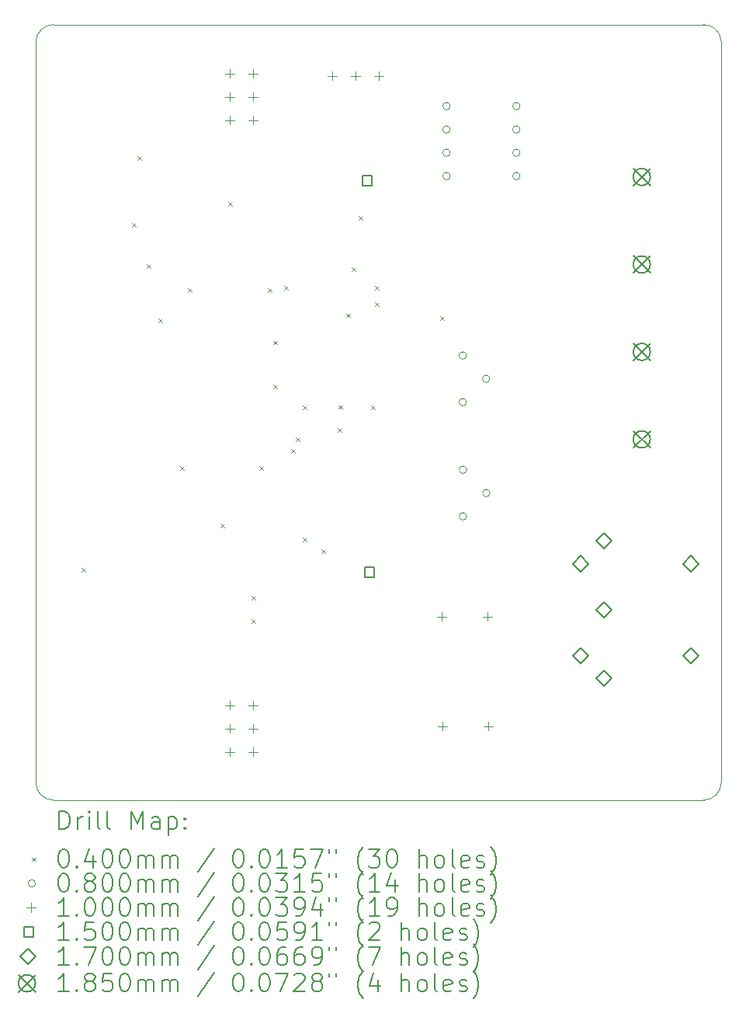
<source format=gbr>
%TF.GenerationSoftware,KiCad,Pcbnew,8.0.4*%
%TF.CreationDate,2024-09-09T14:05:50-07:00*%
%TF.ProjectId,Bottom_Board,426f7474-6f6d-45f4-926f-6172642e6b69,0*%
%TF.SameCoordinates,Original*%
%TF.FileFunction,Drillmap*%
%TF.FilePolarity,Positive*%
%FSLAX45Y45*%
G04 Gerber Fmt 4.5, Leading zero omitted, Abs format (unit mm)*
G04 Created by KiCad (PCBNEW 8.0.4) date 2024-09-09 14:05:50*
%MOMM*%
%LPD*%
G01*
G04 APERTURE LIST*
%ADD10C,0.100000*%
%ADD11C,0.200000*%
%ADD12C,0.150000*%
%ADD13C,0.170000*%
%ADD14C,0.185000*%
G04 APERTURE END LIST*
D10*
X9999580Y-6490720D02*
G75*
G02*
X10190300Y-6300000I190720J0D01*
G01*
X17284280Y-6299580D02*
G75*
G02*
X17475000Y-6490300I0J-190720D01*
G01*
X17284700Y-14749580D02*
X10190720Y-14750420D01*
X17475000Y-14559280D02*
G75*
G02*
X17284700Y-14749580I-190300J0D01*
G01*
X10190300Y-6300000D02*
X17284280Y-6299580D01*
X17475000Y-6490300D02*
X17475000Y-14559280D01*
X10000000Y-14559700D02*
X9999580Y-6490720D01*
X10190720Y-14750420D02*
G75*
G02*
X10000000Y-14559700I0J190720D01*
G01*
D11*
D10*
X10495600Y-12222800D02*
X10535600Y-12262800D01*
X10535600Y-12222800D02*
X10495600Y-12262800D01*
X11049320Y-8461060D02*
X11089320Y-8501060D01*
X11089320Y-8461060D02*
X11049320Y-8501060D01*
X11110280Y-7734620D02*
X11150280Y-7774620D01*
X11150280Y-7734620D02*
X11110280Y-7774620D01*
X11206800Y-8913180D02*
X11246800Y-8953180D01*
X11246800Y-8913180D02*
X11206800Y-8953180D01*
X11333800Y-9505000D02*
X11373800Y-9545000D01*
X11373800Y-9505000D02*
X11333800Y-9545000D01*
X11572560Y-11110280D02*
X11612560Y-11150280D01*
X11612560Y-11110280D02*
X11572560Y-11150280D01*
X11658920Y-9174800D02*
X11698920Y-9214800D01*
X11698920Y-9174800D02*
X11658920Y-9214800D01*
X12011980Y-11740200D02*
X12051980Y-11780200D01*
X12051980Y-11740200D02*
X12011980Y-11780200D01*
X12095800Y-8235000D02*
X12135800Y-8275000D01*
X12135800Y-8235000D02*
X12095800Y-8275000D01*
X12349800Y-12527600D02*
X12389800Y-12567600D01*
X12389800Y-12527600D02*
X12349800Y-12567600D01*
X12349800Y-12781600D02*
X12389800Y-12821600D01*
X12389800Y-12781600D02*
X12349800Y-12821600D01*
X12436160Y-11112820D02*
X12476160Y-11152820D01*
X12476160Y-11112820D02*
X12436160Y-11152820D01*
X12530140Y-9172260D02*
X12570140Y-9212260D01*
X12570140Y-9172260D02*
X12530140Y-9212260D01*
X12591100Y-9746300D02*
X12631100Y-9786300D01*
X12631100Y-9746300D02*
X12591100Y-9786300D01*
X12591100Y-10223820D02*
X12631100Y-10263820D01*
X12631100Y-10223820D02*
X12591100Y-10263820D01*
X12705400Y-9149400D02*
X12745400Y-9189400D01*
X12745400Y-9149400D02*
X12705400Y-9189400D01*
X12781600Y-10927400D02*
X12821600Y-10967400D01*
X12821600Y-10927400D02*
X12781600Y-10967400D01*
X12832400Y-10800400D02*
X12872400Y-10840400D01*
X12872400Y-10800400D02*
X12832400Y-10840400D01*
X12908600Y-11892600D02*
X12948600Y-11932600D01*
X12948600Y-11892600D02*
X12908600Y-11932600D01*
X12913680Y-10449880D02*
X12953680Y-10489880D01*
X12953680Y-10449880D02*
X12913680Y-10489880D01*
X13111800Y-12019600D02*
X13151800Y-12059600D01*
X13151800Y-12019600D02*
X13111800Y-12059600D01*
X13289600Y-10698800D02*
X13329600Y-10738800D01*
X13329600Y-10698800D02*
X13289600Y-10738800D01*
X13302300Y-10447340D02*
X13342300Y-10487340D01*
X13342300Y-10447340D02*
X13302300Y-10487340D01*
X13386120Y-9449120D02*
X13426120Y-9489120D01*
X13426120Y-9449120D02*
X13386120Y-9489120D01*
X13442000Y-8946200D02*
X13482000Y-8986200D01*
X13482000Y-8946200D02*
X13442000Y-8986200D01*
X13518200Y-8387400D02*
X13558200Y-8427400D01*
X13558200Y-8387400D02*
X13518200Y-8427400D01*
X13655360Y-10454960D02*
X13695360Y-10494960D01*
X13695360Y-10454960D02*
X13655360Y-10494960D01*
X13696000Y-9149400D02*
X13736000Y-9189400D01*
X13736000Y-9149400D02*
X13696000Y-9189400D01*
X13696000Y-9327200D02*
X13736000Y-9367200D01*
X13736000Y-9327200D02*
X13696000Y-9367200D01*
X14407200Y-9479600D02*
X14447200Y-9519600D01*
X14447200Y-9479600D02*
X14407200Y-9519600D01*
X14518000Y-7188200D02*
G75*
G02*
X14438000Y-7188200I-40000J0D01*
G01*
X14438000Y-7188200D02*
G75*
G02*
X14518000Y-7188200I40000J0D01*
G01*
X14518000Y-7442200D02*
G75*
G02*
X14438000Y-7442200I-40000J0D01*
G01*
X14438000Y-7442200D02*
G75*
G02*
X14518000Y-7442200I40000J0D01*
G01*
X14518000Y-7696200D02*
G75*
G02*
X14438000Y-7696200I-40000J0D01*
G01*
X14438000Y-7696200D02*
G75*
G02*
X14518000Y-7696200I40000J0D01*
G01*
X14518000Y-7950200D02*
G75*
G02*
X14438000Y-7950200I-40000J0D01*
G01*
X14438000Y-7950200D02*
G75*
G02*
X14518000Y-7950200I40000J0D01*
G01*
X14695800Y-9906000D02*
G75*
G02*
X14615800Y-9906000I-40000J0D01*
G01*
X14615800Y-9906000D02*
G75*
G02*
X14695800Y-9906000I40000J0D01*
G01*
X14695800Y-10414000D02*
G75*
G02*
X14615800Y-10414000I-40000J0D01*
G01*
X14615800Y-10414000D02*
G75*
G02*
X14695800Y-10414000I40000J0D01*
G01*
X14697300Y-11150600D02*
G75*
G02*
X14617300Y-11150600I-40000J0D01*
G01*
X14617300Y-11150600D02*
G75*
G02*
X14697300Y-11150600I40000J0D01*
G01*
X14697300Y-11658600D02*
G75*
G02*
X14617300Y-11658600I-40000J0D01*
G01*
X14617300Y-11658600D02*
G75*
G02*
X14697300Y-11658600I40000J0D01*
G01*
X14949800Y-10160000D02*
G75*
G02*
X14869800Y-10160000I-40000J0D01*
G01*
X14869800Y-10160000D02*
G75*
G02*
X14949800Y-10160000I40000J0D01*
G01*
X14951300Y-11404600D02*
G75*
G02*
X14871300Y-11404600I-40000J0D01*
G01*
X14871300Y-11404600D02*
G75*
G02*
X14951300Y-11404600I40000J0D01*
G01*
X15280000Y-7188200D02*
G75*
G02*
X15200000Y-7188200I-40000J0D01*
G01*
X15200000Y-7188200D02*
G75*
G02*
X15280000Y-7188200I40000J0D01*
G01*
X15280000Y-7442200D02*
G75*
G02*
X15200000Y-7442200I-40000J0D01*
G01*
X15200000Y-7442200D02*
G75*
G02*
X15280000Y-7442200I40000J0D01*
G01*
X15280000Y-7696200D02*
G75*
G02*
X15200000Y-7696200I-40000J0D01*
G01*
X15200000Y-7696200D02*
G75*
G02*
X15280000Y-7696200I40000J0D01*
G01*
X15280000Y-7950200D02*
G75*
G02*
X15200000Y-7950200I-40000J0D01*
G01*
X15200000Y-7950200D02*
G75*
G02*
X15280000Y-7950200I40000J0D01*
G01*
X12115800Y-6782600D02*
X12115800Y-6882600D01*
X12065800Y-6832600D02*
X12165800Y-6832600D01*
X12115800Y-7036600D02*
X12115800Y-7136600D01*
X12065800Y-7086600D02*
X12165800Y-7086600D01*
X12115800Y-7290600D02*
X12115800Y-7390600D01*
X12065800Y-7340600D02*
X12165800Y-7340600D01*
X12115800Y-13666000D02*
X12115800Y-13766000D01*
X12065800Y-13716000D02*
X12165800Y-13716000D01*
X12115800Y-13920000D02*
X12115800Y-14020000D01*
X12065800Y-13970000D02*
X12165800Y-13970000D01*
X12115800Y-14174000D02*
X12115800Y-14274000D01*
X12065800Y-14224000D02*
X12165800Y-14224000D01*
X12369800Y-6782600D02*
X12369800Y-6882600D01*
X12319800Y-6832600D02*
X12419800Y-6832600D01*
X12369800Y-7036600D02*
X12369800Y-7136600D01*
X12319800Y-7086600D02*
X12419800Y-7086600D01*
X12369800Y-7290600D02*
X12369800Y-7390600D01*
X12319800Y-7340600D02*
X12419800Y-7340600D01*
X12369800Y-13666000D02*
X12369800Y-13766000D01*
X12319800Y-13716000D02*
X12419800Y-13716000D01*
X12369800Y-13920000D02*
X12369800Y-14020000D01*
X12319800Y-13970000D02*
X12419800Y-13970000D01*
X12369800Y-14174000D02*
X12369800Y-14274000D01*
X12319800Y-14224000D02*
X12419800Y-14224000D01*
X13231900Y-6808000D02*
X13231900Y-6908000D01*
X13181900Y-6858000D02*
X13281900Y-6858000D01*
X13485900Y-6808000D02*
X13485900Y-6908000D01*
X13435900Y-6858000D02*
X13535900Y-6858000D01*
X13739900Y-6808000D02*
X13739900Y-6908000D01*
X13689900Y-6858000D02*
X13789900Y-6858000D01*
X14427032Y-12700800D02*
X14427032Y-12800800D01*
X14377032Y-12750800D02*
X14477032Y-12750800D01*
X14435200Y-13894600D02*
X14435200Y-13994600D01*
X14385200Y-13944600D02*
X14485200Y-13944600D01*
X14927032Y-12700800D02*
X14927032Y-12800800D01*
X14877032Y-12750800D02*
X14977032Y-12750800D01*
X14935200Y-13894600D02*
X14935200Y-13994600D01*
X14885200Y-13944600D02*
X14985200Y-13944600D01*
D12*
X13667433Y-8054033D02*
X13667433Y-7947966D01*
X13561366Y-7947966D01*
X13561366Y-8054033D01*
X13667433Y-8054033D01*
X13692833Y-12321233D02*
X13692833Y-12215166D01*
X13586766Y-12215166D01*
X13586766Y-12321233D01*
X13692833Y-12321233D01*
D13*
X15945000Y-12259600D02*
X16030000Y-12174600D01*
X15945000Y-12089600D01*
X15860000Y-12174600D01*
X15945000Y-12259600D01*
X15945000Y-13259600D02*
X16030000Y-13174600D01*
X15945000Y-13089600D01*
X15860000Y-13174600D01*
X15945000Y-13259600D01*
X16195000Y-12009600D02*
X16280000Y-11924600D01*
X16195000Y-11839600D01*
X16110000Y-11924600D01*
X16195000Y-12009600D01*
X16195000Y-12759600D02*
X16280000Y-12674600D01*
X16195000Y-12589600D01*
X16110000Y-12674600D01*
X16195000Y-12759600D01*
X16195000Y-13509600D02*
X16280000Y-13424600D01*
X16195000Y-13339600D01*
X16110000Y-13424600D01*
X16195000Y-13509600D01*
X17145000Y-12259600D02*
X17230000Y-12174600D01*
X17145000Y-12089600D01*
X17060000Y-12174600D01*
X17145000Y-12259600D01*
X17145000Y-13259600D02*
X17230000Y-13174600D01*
X17145000Y-13089600D01*
X17060000Y-13174600D01*
X17145000Y-13259600D01*
D14*
X16515750Y-7868000D02*
X16700750Y-8053000D01*
X16700750Y-7868000D02*
X16515750Y-8053000D01*
X16700750Y-7960500D02*
G75*
G02*
X16515750Y-7960500I-92500J0D01*
G01*
X16515750Y-7960500D02*
G75*
G02*
X16700750Y-7960500I92500J0D01*
G01*
X16515750Y-8821000D02*
X16700750Y-9006000D01*
X16700750Y-8821000D02*
X16515750Y-9006000D01*
X16700750Y-8913500D02*
G75*
G02*
X16515750Y-8913500I-92500J0D01*
G01*
X16515750Y-8913500D02*
G75*
G02*
X16700750Y-8913500I92500J0D01*
G01*
X16515750Y-9774000D02*
X16700750Y-9959000D01*
X16700750Y-9774000D02*
X16515750Y-9959000D01*
X16700750Y-9866500D02*
G75*
G02*
X16515750Y-9866500I-92500J0D01*
G01*
X16515750Y-9866500D02*
G75*
G02*
X16700750Y-9866500I92500J0D01*
G01*
X16515750Y-10727000D02*
X16700750Y-10912000D01*
X16700750Y-10727000D02*
X16515750Y-10912000D01*
X16700750Y-10819500D02*
G75*
G02*
X16515750Y-10819500I-92500J0D01*
G01*
X16515750Y-10819500D02*
G75*
G02*
X16700750Y-10819500I92500J0D01*
G01*
D11*
X10255357Y-15066904D02*
X10255357Y-14866904D01*
X10255357Y-14866904D02*
X10302976Y-14866904D01*
X10302976Y-14866904D02*
X10331547Y-14876428D01*
X10331547Y-14876428D02*
X10350595Y-14895475D01*
X10350595Y-14895475D02*
X10360119Y-14914523D01*
X10360119Y-14914523D02*
X10369643Y-14952618D01*
X10369643Y-14952618D02*
X10369643Y-14981189D01*
X10369643Y-14981189D02*
X10360119Y-15019285D01*
X10360119Y-15019285D02*
X10350595Y-15038332D01*
X10350595Y-15038332D02*
X10331547Y-15057380D01*
X10331547Y-15057380D02*
X10302976Y-15066904D01*
X10302976Y-15066904D02*
X10255357Y-15066904D01*
X10455357Y-15066904D02*
X10455357Y-14933570D01*
X10455357Y-14971666D02*
X10464881Y-14952618D01*
X10464881Y-14952618D02*
X10474404Y-14943094D01*
X10474404Y-14943094D02*
X10493452Y-14933570D01*
X10493452Y-14933570D02*
X10512500Y-14933570D01*
X10579166Y-15066904D02*
X10579166Y-14933570D01*
X10579166Y-14866904D02*
X10569643Y-14876428D01*
X10569643Y-14876428D02*
X10579166Y-14885951D01*
X10579166Y-14885951D02*
X10588690Y-14876428D01*
X10588690Y-14876428D02*
X10579166Y-14866904D01*
X10579166Y-14866904D02*
X10579166Y-14885951D01*
X10702976Y-15066904D02*
X10683928Y-15057380D01*
X10683928Y-15057380D02*
X10674404Y-15038332D01*
X10674404Y-15038332D02*
X10674404Y-14866904D01*
X10807738Y-15066904D02*
X10788690Y-15057380D01*
X10788690Y-15057380D02*
X10779166Y-15038332D01*
X10779166Y-15038332D02*
X10779166Y-14866904D01*
X11036309Y-15066904D02*
X11036309Y-14866904D01*
X11036309Y-14866904D02*
X11102976Y-15009761D01*
X11102976Y-15009761D02*
X11169643Y-14866904D01*
X11169643Y-14866904D02*
X11169643Y-15066904D01*
X11350595Y-15066904D02*
X11350595Y-14962142D01*
X11350595Y-14962142D02*
X11341071Y-14943094D01*
X11341071Y-14943094D02*
X11322023Y-14933570D01*
X11322023Y-14933570D02*
X11283928Y-14933570D01*
X11283928Y-14933570D02*
X11264881Y-14943094D01*
X11350595Y-15057380D02*
X11331547Y-15066904D01*
X11331547Y-15066904D02*
X11283928Y-15066904D01*
X11283928Y-15066904D02*
X11264881Y-15057380D01*
X11264881Y-15057380D02*
X11255357Y-15038332D01*
X11255357Y-15038332D02*
X11255357Y-15019285D01*
X11255357Y-15019285D02*
X11264881Y-15000237D01*
X11264881Y-15000237D02*
X11283928Y-14990713D01*
X11283928Y-14990713D02*
X11331547Y-14990713D01*
X11331547Y-14990713D02*
X11350595Y-14981189D01*
X11445833Y-14933570D02*
X11445833Y-15133570D01*
X11445833Y-14943094D02*
X11464881Y-14933570D01*
X11464881Y-14933570D02*
X11502976Y-14933570D01*
X11502976Y-14933570D02*
X11522023Y-14943094D01*
X11522023Y-14943094D02*
X11531547Y-14952618D01*
X11531547Y-14952618D02*
X11541071Y-14971666D01*
X11541071Y-14971666D02*
X11541071Y-15028808D01*
X11541071Y-15028808D02*
X11531547Y-15047856D01*
X11531547Y-15047856D02*
X11522023Y-15057380D01*
X11522023Y-15057380D02*
X11502976Y-15066904D01*
X11502976Y-15066904D02*
X11464881Y-15066904D01*
X11464881Y-15066904D02*
X11445833Y-15057380D01*
X11626785Y-15047856D02*
X11636309Y-15057380D01*
X11636309Y-15057380D02*
X11626785Y-15066904D01*
X11626785Y-15066904D02*
X11617262Y-15057380D01*
X11617262Y-15057380D02*
X11626785Y-15047856D01*
X11626785Y-15047856D02*
X11626785Y-15066904D01*
X11626785Y-14943094D02*
X11636309Y-14952618D01*
X11636309Y-14952618D02*
X11626785Y-14962142D01*
X11626785Y-14962142D02*
X11617262Y-14952618D01*
X11617262Y-14952618D02*
X11626785Y-14943094D01*
X11626785Y-14943094D02*
X11626785Y-14962142D01*
D10*
X9954580Y-15375420D02*
X9994580Y-15415420D01*
X9994580Y-15375420D02*
X9954580Y-15415420D01*
D11*
X10293452Y-15286904D02*
X10312500Y-15286904D01*
X10312500Y-15286904D02*
X10331547Y-15296428D01*
X10331547Y-15296428D02*
X10341071Y-15305951D01*
X10341071Y-15305951D02*
X10350595Y-15324999D01*
X10350595Y-15324999D02*
X10360119Y-15363094D01*
X10360119Y-15363094D02*
X10360119Y-15410713D01*
X10360119Y-15410713D02*
X10350595Y-15448808D01*
X10350595Y-15448808D02*
X10341071Y-15467856D01*
X10341071Y-15467856D02*
X10331547Y-15477380D01*
X10331547Y-15477380D02*
X10312500Y-15486904D01*
X10312500Y-15486904D02*
X10293452Y-15486904D01*
X10293452Y-15486904D02*
X10274404Y-15477380D01*
X10274404Y-15477380D02*
X10264881Y-15467856D01*
X10264881Y-15467856D02*
X10255357Y-15448808D01*
X10255357Y-15448808D02*
X10245833Y-15410713D01*
X10245833Y-15410713D02*
X10245833Y-15363094D01*
X10245833Y-15363094D02*
X10255357Y-15324999D01*
X10255357Y-15324999D02*
X10264881Y-15305951D01*
X10264881Y-15305951D02*
X10274404Y-15296428D01*
X10274404Y-15296428D02*
X10293452Y-15286904D01*
X10445833Y-15467856D02*
X10455357Y-15477380D01*
X10455357Y-15477380D02*
X10445833Y-15486904D01*
X10445833Y-15486904D02*
X10436309Y-15477380D01*
X10436309Y-15477380D02*
X10445833Y-15467856D01*
X10445833Y-15467856D02*
X10445833Y-15486904D01*
X10626785Y-15353570D02*
X10626785Y-15486904D01*
X10579166Y-15277380D02*
X10531547Y-15420237D01*
X10531547Y-15420237D02*
X10655357Y-15420237D01*
X10769643Y-15286904D02*
X10788690Y-15286904D01*
X10788690Y-15286904D02*
X10807738Y-15296428D01*
X10807738Y-15296428D02*
X10817262Y-15305951D01*
X10817262Y-15305951D02*
X10826785Y-15324999D01*
X10826785Y-15324999D02*
X10836309Y-15363094D01*
X10836309Y-15363094D02*
X10836309Y-15410713D01*
X10836309Y-15410713D02*
X10826785Y-15448808D01*
X10826785Y-15448808D02*
X10817262Y-15467856D01*
X10817262Y-15467856D02*
X10807738Y-15477380D01*
X10807738Y-15477380D02*
X10788690Y-15486904D01*
X10788690Y-15486904D02*
X10769643Y-15486904D01*
X10769643Y-15486904D02*
X10750595Y-15477380D01*
X10750595Y-15477380D02*
X10741071Y-15467856D01*
X10741071Y-15467856D02*
X10731547Y-15448808D01*
X10731547Y-15448808D02*
X10722024Y-15410713D01*
X10722024Y-15410713D02*
X10722024Y-15363094D01*
X10722024Y-15363094D02*
X10731547Y-15324999D01*
X10731547Y-15324999D02*
X10741071Y-15305951D01*
X10741071Y-15305951D02*
X10750595Y-15296428D01*
X10750595Y-15296428D02*
X10769643Y-15286904D01*
X10960119Y-15286904D02*
X10979166Y-15286904D01*
X10979166Y-15286904D02*
X10998214Y-15296428D01*
X10998214Y-15296428D02*
X11007738Y-15305951D01*
X11007738Y-15305951D02*
X11017262Y-15324999D01*
X11017262Y-15324999D02*
X11026785Y-15363094D01*
X11026785Y-15363094D02*
X11026785Y-15410713D01*
X11026785Y-15410713D02*
X11017262Y-15448808D01*
X11017262Y-15448808D02*
X11007738Y-15467856D01*
X11007738Y-15467856D02*
X10998214Y-15477380D01*
X10998214Y-15477380D02*
X10979166Y-15486904D01*
X10979166Y-15486904D02*
X10960119Y-15486904D01*
X10960119Y-15486904D02*
X10941071Y-15477380D01*
X10941071Y-15477380D02*
X10931547Y-15467856D01*
X10931547Y-15467856D02*
X10922024Y-15448808D01*
X10922024Y-15448808D02*
X10912500Y-15410713D01*
X10912500Y-15410713D02*
X10912500Y-15363094D01*
X10912500Y-15363094D02*
X10922024Y-15324999D01*
X10922024Y-15324999D02*
X10931547Y-15305951D01*
X10931547Y-15305951D02*
X10941071Y-15296428D01*
X10941071Y-15296428D02*
X10960119Y-15286904D01*
X11112500Y-15486904D02*
X11112500Y-15353570D01*
X11112500Y-15372618D02*
X11122024Y-15363094D01*
X11122024Y-15363094D02*
X11141071Y-15353570D01*
X11141071Y-15353570D02*
X11169643Y-15353570D01*
X11169643Y-15353570D02*
X11188690Y-15363094D01*
X11188690Y-15363094D02*
X11198214Y-15382142D01*
X11198214Y-15382142D02*
X11198214Y-15486904D01*
X11198214Y-15382142D02*
X11207738Y-15363094D01*
X11207738Y-15363094D02*
X11226785Y-15353570D01*
X11226785Y-15353570D02*
X11255357Y-15353570D01*
X11255357Y-15353570D02*
X11274404Y-15363094D01*
X11274404Y-15363094D02*
X11283928Y-15382142D01*
X11283928Y-15382142D02*
X11283928Y-15486904D01*
X11379166Y-15486904D02*
X11379166Y-15353570D01*
X11379166Y-15372618D02*
X11388690Y-15363094D01*
X11388690Y-15363094D02*
X11407738Y-15353570D01*
X11407738Y-15353570D02*
X11436309Y-15353570D01*
X11436309Y-15353570D02*
X11455357Y-15363094D01*
X11455357Y-15363094D02*
X11464881Y-15382142D01*
X11464881Y-15382142D02*
X11464881Y-15486904D01*
X11464881Y-15382142D02*
X11474404Y-15363094D01*
X11474404Y-15363094D02*
X11493452Y-15353570D01*
X11493452Y-15353570D02*
X11522023Y-15353570D01*
X11522023Y-15353570D02*
X11541071Y-15363094D01*
X11541071Y-15363094D02*
X11550595Y-15382142D01*
X11550595Y-15382142D02*
X11550595Y-15486904D01*
X11941071Y-15277380D02*
X11769643Y-15534523D01*
X12198214Y-15286904D02*
X12217262Y-15286904D01*
X12217262Y-15286904D02*
X12236309Y-15296428D01*
X12236309Y-15296428D02*
X12245833Y-15305951D01*
X12245833Y-15305951D02*
X12255357Y-15324999D01*
X12255357Y-15324999D02*
X12264881Y-15363094D01*
X12264881Y-15363094D02*
X12264881Y-15410713D01*
X12264881Y-15410713D02*
X12255357Y-15448808D01*
X12255357Y-15448808D02*
X12245833Y-15467856D01*
X12245833Y-15467856D02*
X12236309Y-15477380D01*
X12236309Y-15477380D02*
X12217262Y-15486904D01*
X12217262Y-15486904D02*
X12198214Y-15486904D01*
X12198214Y-15486904D02*
X12179166Y-15477380D01*
X12179166Y-15477380D02*
X12169643Y-15467856D01*
X12169643Y-15467856D02*
X12160119Y-15448808D01*
X12160119Y-15448808D02*
X12150595Y-15410713D01*
X12150595Y-15410713D02*
X12150595Y-15363094D01*
X12150595Y-15363094D02*
X12160119Y-15324999D01*
X12160119Y-15324999D02*
X12169643Y-15305951D01*
X12169643Y-15305951D02*
X12179166Y-15296428D01*
X12179166Y-15296428D02*
X12198214Y-15286904D01*
X12350595Y-15467856D02*
X12360119Y-15477380D01*
X12360119Y-15477380D02*
X12350595Y-15486904D01*
X12350595Y-15486904D02*
X12341071Y-15477380D01*
X12341071Y-15477380D02*
X12350595Y-15467856D01*
X12350595Y-15467856D02*
X12350595Y-15486904D01*
X12483928Y-15286904D02*
X12502976Y-15286904D01*
X12502976Y-15286904D02*
X12522024Y-15296428D01*
X12522024Y-15296428D02*
X12531547Y-15305951D01*
X12531547Y-15305951D02*
X12541071Y-15324999D01*
X12541071Y-15324999D02*
X12550595Y-15363094D01*
X12550595Y-15363094D02*
X12550595Y-15410713D01*
X12550595Y-15410713D02*
X12541071Y-15448808D01*
X12541071Y-15448808D02*
X12531547Y-15467856D01*
X12531547Y-15467856D02*
X12522024Y-15477380D01*
X12522024Y-15477380D02*
X12502976Y-15486904D01*
X12502976Y-15486904D02*
X12483928Y-15486904D01*
X12483928Y-15486904D02*
X12464881Y-15477380D01*
X12464881Y-15477380D02*
X12455357Y-15467856D01*
X12455357Y-15467856D02*
X12445833Y-15448808D01*
X12445833Y-15448808D02*
X12436309Y-15410713D01*
X12436309Y-15410713D02*
X12436309Y-15363094D01*
X12436309Y-15363094D02*
X12445833Y-15324999D01*
X12445833Y-15324999D02*
X12455357Y-15305951D01*
X12455357Y-15305951D02*
X12464881Y-15296428D01*
X12464881Y-15296428D02*
X12483928Y-15286904D01*
X12741071Y-15486904D02*
X12626786Y-15486904D01*
X12683928Y-15486904D02*
X12683928Y-15286904D01*
X12683928Y-15286904D02*
X12664881Y-15315475D01*
X12664881Y-15315475D02*
X12645833Y-15334523D01*
X12645833Y-15334523D02*
X12626786Y-15344047D01*
X12922024Y-15286904D02*
X12826786Y-15286904D01*
X12826786Y-15286904D02*
X12817262Y-15382142D01*
X12817262Y-15382142D02*
X12826786Y-15372618D01*
X12826786Y-15372618D02*
X12845833Y-15363094D01*
X12845833Y-15363094D02*
X12893452Y-15363094D01*
X12893452Y-15363094D02*
X12912500Y-15372618D01*
X12912500Y-15372618D02*
X12922024Y-15382142D01*
X12922024Y-15382142D02*
X12931547Y-15401189D01*
X12931547Y-15401189D02*
X12931547Y-15448808D01*
X12931547Y-15448808D02*
X12922024Y-15467856D01*
X12922024Y-15467856D02*
X12912500Y-15477380D01*
X12912500Y-15477380D02*
X12893452Y-15486904D01*
X12893452Y-15486904D02*
X12845833Y-15486904D01*
X12845833Y-15486904D02*
X12826786Y-15477380D01*
X12826786Y-15477380D02*
X12817262Y-15467856D01*
X12998214Y-15286904D02*
X13131547Y-15286904D01*
X13131547Y-15286904D02*
X13045833Y-15486904D01*
X13198214Y-15286904D02*
X13198214Y-15324999D01*
X13274405Y-15286904D02*
X13274405Y-15324999D01*
X13569643Y-15563094D02*
X13560119Y-15553570D01*
X13560119Y-15553570D02*
X13541071Y-15524999D01*
X13541071Y-15524999D02*
X13531548Y-15505951D01*
X13531548Y-15505951D02*
X13522024Y-15477380D01*
X13522024Y-15477380D02*
X13512500Y-15429761D01*
X13512500Y-15429761D02*
X13512500Y-15391666D01*
X13512500Y-15391666D02*
X13522024Y-15344047D01*
X13522024Y-15344047D02*
X13531548Y-15315475D01*
X13531548Y-15315475D02*
X13541071Y-15296428D01*
X13541071Y-15296428D02*
X13560119Y-15267856D01*
X13560119Y-15267856D02*
X13569643Y-15258332D01*
X13626786Y-15286904D02*
X13750595Y-15286904D01*
X13750595Y-15286904D02*
X13683928Y-15363094D01*
X13683928Y-15363094D02*
X13712500Y-15363094D01*
X13712500Y-15363094D02*
X13731548Y-15372618D01*
X13731548Y-15372618D02*
X13741071Y-15382142D01*
X13741071Y-15382142D02*
X13750595Y-15401189D01*
X13750595Y-15401189D02*
X13750595Y-15448808D01*
X13750595Y-15448808D02*
X13741071Y-15467856D01*
X13741071Y-15467856D02*
X13731548Y-15477380D01*
X13731548Y-15477380D02*
X13712500Y-15486904D01*
X13712500Y-15486904D02*
X13655357Y-15486904D01*
X13655357Y-15486904D02*
X13636309Y-15477380D01*
X13636309Y-15477380D02*
X13626786Y-15467856D01*
X13874405Y-15286904D02*
X13893452Y-15286904D01*
X13893452Y-15286904D02*
X13912500Y-15296428D01*
X13912500Y-15296428D02*
X13922024Y-15305951D01*
X13922024Y-15305951D02*
X13931548Y-15324999D01*
X13931548Y-15324999D02*
X13941071Y-15363094D01*
X13941071Y-15363094D02*
X13941071Y-15410713D01*
X13941071Y-15410713D02*
X13931548Y-15448808D01*
X13931548Y-15448808D02*
X13922024Y-15467856D01*
X13922024Y-15467856D02*
X13912500Y-15477380D01*
X13912500Y-15477380D02*
X13893452Y-15486904D01*
X13893452Y-15486904D02*
X13874405Y-15486904D01*
X13874405Y-15486904D02*
X13855357Y-15477380D01*
X13855357Y-15477380D02*
X13845833Y-15467856D01*
X13845833Y-15467856D02*
X13836309Y-15448808D01*
X13836309Y-15448808D02*
X13826786Y-15410713D01*
X13826786Y-15410713D02*
X13826786Y-15363094D01*
X13826786Y-15363094D02*
X13836309Y-15324999D01*
X13836309Y-15324999D02*
X13845833Y-15305951D01*
X13845833Y-15305951D02*
X13855357Y-15296428D01*
X13855357Y-15296428D02*
X13874405Y-15286904D01*
X14179167Y-15486904D02*
X14179167Y-15286904D01*
X14264881Y-15486904D02*
X14264881Y-15382142D01*
X14264881Y-15382142D02*
X14255357Y-15363094D01*
X14255357Y-15363094D02*
X14236310Y-15353570D01*
X14236310Y-15353570D02*
X14207738Y-15353570D01*
X14207738Y-15353570D02*
X14188690Y-15363094D01*
X14188690Y-15363094D02*
X14179167Y-15372618D01*
X14388690Y-15486904D02*
X14369643Y-15477380D01*
X14369643Y-15477380D02*
X14360119Y-15467856D01*
X14360119Y-15467856D02*
X14350595Y-15448808D01*
X14350595Y-15448808D02*
X14350595Y-15391666D01*
X14350595Y-15391666D02*
X14360119Y-15372618D01*
X14360119Y-15372618D02*
X14369643Y-15363094D01*
X14369643Y-15363094D02*
X14388690Y-15353570D01*
X14388690Y-15353570D02*
X14417262Y-15353570D01*
X14417262Y-15353570D02*
X14436310Y-15363094D01*
X14436310Y-15363094D02*
X14445833Y-15372618D01*
X14445833Y-15372618D02*
X14455357Y-15391666D01*
X14455357Y-15391666D02*
X14455357Y-15448808D01*
X14455357Y-15448808D02*
X14445833Y-15467856D01*
X14445833Y-15467856D02*
X14436310Y-15477380D01*
X14436310Y-15477380D02*
X14417262Y-15486904D01*
X14417262Y-15486904D02*
X14388690Y-15486904D01*
X14569643Y-15486904D02*
X14550595Y-15477380D01*
X14550595Y-15477380D02*
X14541071Y-15458332D01*
X14541071Y-15458332D02*
X14541071Y-15286904D01*
X14722024Y-15477380D02*
X14702976Y-15486904D01*
X14702976Y-15486904D02*
X14664881Y-15486904D01*
X14664881Y-15486904D02*
X14645833Y-15477380D01*
X14645833Y-15477380D02*
X14636310Y-15458332D01*
X14636310Y-15458332D02*
X14636310Y-15382142D01*
X14636310Y-15382142D02*
X14645833Y-15363094D01*
X14645833Y-15363094D02*
X14664881Y-15353570D01*
X14664881Y-15353570D02*
X14702976Y-15353570D01*
X14702976Y-15353570D02*
X14722024Y-15363094D01*
X14722024Y-15363094D02*
X14731548Y-15382142D01*
X14731548Y-15382142D02*
X14731548Y-15401189D01*
X14731548Y-15401189D02*
X14636310Y-15420237D01*
X14807738Y-15477380D02*
X14826786Y-15486904D01*
X14826786Y-15486904D02*
X14864881Y-15486904D01*
X14864881Y-15486904D02*
X14883929Y-15477380D01*
X14883929Y-15477380D02*
X14893452Y-15458332D01*
X14893452Y-15458332D02*
X14893452Y-15448808D01*
X14893452Y-15448808D02*
X14883929Y-15429761D01*
X14883929Y-15429761D02*
X14864881Y-15420237D01*
X14864881Y-15420237D02*
X14836310Y-15420237D01*
X14836310Y-15420237D02*
X14817262Y-15410713D01*
X14817262Y-15410713D02*
X14807738Y-15391666D01*
X14807738Y-15391666D02*
X14807738Y-15382142D01*
X14807738Y-15382142D02*
X14817262Y-15363094D01*
X14817262Y-15363094D02*
X14836310Y-15353570D01*
X14836310Y-15353570D02*
X14864881Y-15353570D01*
X14864881Y-15353570D02*
X14883929Y-15363094D01*
X14960119Y-15563094D02*
X14969643Y-15553570D01*
X14969643Y-15553570D02*
X14988691Y-15524999D01*
X14988691Y-15524999D02*
X14998214Y-15505951D01*
X14998214Y-15505951D02*
X15007738Y-15477380D01*
X15007738Y-15477380D02*
X15017262Y-15429761D01*
X15017262Y-15429761D02*
X15017262Y-15391666D01*
X15017262Y-15391666D02*
X15007738Y-15344047D01*
X15007738Y-15344047D02*
X14998214Y-15315475D01*
X14998214Y-15315475D02*
X14988691Y-15296428D01*
X14988691Y-15296428D02*
X14969643Y-15267856D01*
X14969643Y-15267856D02*
X14960119Y-15258332D01*
D10*
X9994580Y-15659420D02*
G75*
G02*
X9914580Y-15659420I-40000J0D01*
G01*
X9914580Y-15659420D02*
G75*
G02*
X9994580Y-15659420I40000J0D01*
G01*
D11*
X10293452Y-15550904D02*
X10312500Y-15550904D01*
X10312500Y-15550904D02*
X10331547Y-15560428D01*
X10331547Y-15560428D02*
X10341071Y-15569951D01*
X10341071Y-15569951D02*
X10350595Y-15588999D01*
X10350595Y-15588999D02*
X10360119Y-15627094D01*
X10360119Y-15627094D02*
X10360119Y-15674713D01*
X10360119Y-15674713D02*
X10350595Y-15712808D01*
X10350595Y-15712808D02*
X10341071Y-15731856D01*
X10341071Y-15731856D02*
X10331547Y-15741380D01*
X10331547Y-15741380D02*
X10312500Y-15750904D01*
X10312500Y-15750904D02*
X10293452Y-15750904D01*
X10293452Y-15750904D02*
X10274404Y-15741380D01*
X10274404Y-15741380D02*
X10264881Y-15731856D01*
X10264881Y-15731856D02*
X10255357Y-15712808D01*
X10255357Y-15712808D02*
X10245833Y-15674713D01*
X10245833Y-15674713D02*
X10245833Y-15627094D01*
X10245833Y-15627094D02*
X10255357Y-15588999D01*
X10255357Y-15588999D02*
X10264881Y-15569951D01*
X10264881Y-15569951D02*
X10274404Y-15560428D01*
X10274404Y-15560428D02*
X10293452Y-15550904D01*
X10445833Y-15731856D02*
X10455357Y-15741380D01*
X10455357Y-15741380D02*
X10445833Y-15750904D01*
X10445833Y-15750904D02*
X10436309Y-15741380D01*
X10436309Y-15741380D02*
X10445833Y-15731856D01*
X10445833Y-15731856D02*
X10445833Y-15750904D01*
X10569643Y-15636618D02*
X10550595Y-15627094D01*
X10550595Y-15627094D02*
X10541071Y-15617570D01*
X10541071Y-15617570D02*
X10531547Y-15598523D01*
X10531547Y-15598523D02*
X10531547Y-15588999D01*
X10531547Y-15588999D02*
X10541071Y-15569951D01*
X10541071Y-15569951D02*
X10550595Y-15560428D01*
X10550595Y-15560428D02*
X10569643Y-15550904D01*
X10569643Y-15550904D02*
X10607738Y-15550904D01*
X10607738Y-15550904D02*
X10626785Y-15560428D01*
X10626785Y-15560428D02*
X10636309Y-15569951D01*
X10636309Y-15569951D02*
X10645833Y-15588999D01*
X10645833Y-15588999D02*
X10645833Y-15598523D01*
X10645833Y-15598523D02*
X10636309Y-15617570D01*
X10636309Y-15617570D02*
X10626785Y-15627094D01*
X10626785Y-15627094D02*
X10607738Y-15636618D01*
X10607738Y-15636618D02*
X10569643Y-15636618D01*
X10569643Y-15636618D02*
X10550595Y-15646142D01*
X10550595Y-15646142D02*
X10541071Y-15655666D01*
X10541071Y-15655666D02*
X10531547Y-15674713D01*
X10531547Y-15674713D02*
X10531547Y-15712808D01*
X10531547Y-15712808D02*
X10541071Y-15731856D01*
X10541071Y-15731856D02*
X10550595Y-15741380D01*
X10550595Y-15741380D02*
X10569643Y-15750904D01*
X10569643Y-15750904D02*
X10607738Y-15750904D01*
X10607738Y-15750904D02*
X10626785Y-15741380D01*
X10626785Y-15741380D02*
X10636309Y-15731856D01*
X10636309Y-15731856D02*
X10645833Y-15712808D01*
X10645833Y-15712808D02*
X10645833Y-15674713D01*
X10645833Y-15674713D02*
X10636309Y-15655666D01*
X10636309Y-15655666D02*
X10626785Y-15646142D01*
X10626785Y-15646142D02*
X10607738Y-15636618D01*
X10769643Y-15550904D02*
X10788690Y-15550904D01*
X10788690Y-15550904D02*
X10807738Y-15560428D01*
X10807738Y-15560428D02*
X10817262Y-15569951D01*
X10817262Y-15569951D02*
X10826785Y-15588999D01*
X10826785Y-15588999D02*
X10836309Y-15627094D01*
X10836309Y-15627094D02*
X10836309Y-15674713D01*
X10836309Y-15674713D02*
X10826785Y-15712808D01*
X10826785Y-15712808D02*
X10817262Y-15731856D01*
X10817262Y-15731856D02*
X10807738Y-15741380D01*
X10807738Y-15741380D02*
X10788690Y-15750904D01*
X10788690Y-15750904D02*
X10769643Y-15750904D01*
X10769643Y-15750904D02*
X10750595Y-15741380D01*
X10750595Y-15741380D02*
X10741071Y-15731856D01*
X10741071Y-15731856D02*
X10731547Y-15712808D01*
X10731547Y-15712808D02*
X10722024Y-15674713D01*
X10722024Y-15674713D02*
X10722024Y-15627094D01*
X10722024Y-15627094D02*
X10731547Y-15588999D01*
X10731547Y-15588999D02*
X10741071Y-15569951D01*
X10741071Y-15569951D02*
X10750595Y-15560428D01*
X10750595Y-15560428D02*
X10769643Y-15550904D01*
X10960119Y-15550904D02*
X10979166Y-15550904D01*
X10979166Y-15550904D02*
X10998214Y-15560428D01*
X10998214Y-15560428D02*
X11007738Y-15569951D01*
X11007738Y-15569951D02*
X11017262Y-15588999D01*
X11017262Y-15588999D02*
X11026785Y-15627094D01*
X11026785Y-15627094D02*
X11026785Y-15674713D01*
X11026785Y-15674713D02*
X11017262Y-15712808D01*
X11017262Y-15712808D02*
X11007738Y-15731856D01*
X11007738Y-15731856D02*
X10998214Y-15741380D01*
X10998214Y-15741380D02*
X10979166Y-15750904D01*
X10979166Y-15750904D02*
X10960119Y-15750904D01*
X10960119Y-15750904D02*
X10941071Y-15741380D01*
X10941071Y-15741380D02*
X10931547Y-15731856D01*
X10931547Y-15731856D02*
X10922024Y-15712808D01*
X10922024Y-15712808D02*
X10912500Y-15674713D01*
X10912500Y-15674713D02*
X10912500Y-15627094D01*
X10912500Y-15627094D02*
X10922024Y-15588999D01*
X10922024Y-15588999D02*
X10931547Y-15569951D01*
X10931547Y-15569951D02*
X10941071Y-15560428D01*
X10941071Y-15560428D02*
X10960119Y-15550904D01*
X11112500Y-15750904D02*
X11112500Y-15617570D01*
X11112500Y-15636618D02*
X11122024Y-15627094D01*
X11122024Y-15627094D02*
X11141071Y-15617570D01*
X11141071Y-15617570D02*
X11169643Y-15617570D01*
X11169643Y-15617570D02*
X11188690Y-15627094D01*
X11188690Y-15627094D02*
X11198214Y-15646142D01*
X11198214Y-15646142D02*
X11198214Y-15750904D01*
X11198214Y-15646142D02*
X11207738Y-15627094D01*
X11207738Y-15627094D02*
X11226785Y-15617570D01*
X11226785Y-15617570D02*
X11255357Y-15617570D01*
X11255357Y-15617570D02*
X11274404Y-15627094D01*
X11274404Y-15627094D02*
X11283928Y-15646142D01*
X11283928Y-15646142D02*
X11283928Y-15750904D01*
X11379166Y-15750904D02*
X11379166Y-15617570D01*
X11379166Y-15636618D02*
X11388690Y-15627094D01*
X11388690Y-15627094D02*
X11407738Y-15617570D01*
X11407738Y-15617570D02*
X11436309Y-15617570D01*
X11436309Y-15617570D02*
X11455357Y-15627094D01*
X11455357Y-15627094D02*
X11464881Y-15646142D01*
X11464881Y-15646142D02*
X11464881Y-15750904D01*
X11464881Y-15646142D02*
X11474404Y-15627094D01*
X11474404Y-15627094D02*
X11493452Y-15617570D01*
X11493452Y-15617570D02*
X11522023Y-15617570D01*
X11522023Y-15617570D02*
X11541071Y-15627094D01*
X11541071Y-15627094D02*
X11550595Y-15646142D01*
X11550595Y-15646142D02*
X11550595Y-15750904D01*
X11941071Y-15541380D02*
X11769643Y-15798523D01*
X12198214Y-15550904D02*
X12217262Y-15550904D01*
X12217262Y-15550904D02*
X12236309Y-15560428D01*
X12236309Y-15560428D02*
X12245833Y-15569951D01*
X12245833Y-15569951D02*
X12255357Y-15588999D01*
X12255357Y-15588999D02*
X12264881Y-15627094D01*
X12264881Y-15627094D02*
X12264881Y-15674713D01*
X12264881Y-15674713D02*
X12255357Y-15712808D01*
X12255357Y-15712808D02*
X12245833Y-15731856D01*
X12245833Y-15731856D02*
X12236309Y-15741380D01*
X12236309Y-15741380D02*
X12217262Y-15750904D01*
X12217262Y-15750904D02*
X12198214Y-15750904D01*
X12198214Y-15750904D02*
X12179166Y-15741380D01*
X12179166Y-15741380D02*
X12169643Y-15731856D01*
X12169643Y-15731856D02*
X12160119Y-15712808D01*
X12160119Y-15712808D02*
X12150595Y-15674713D01*
X12150595Y-15674713D02*
X12150595Y-15627094D01*
X12150595Y-15627094D02*
X12160119Y-15588999D01*
X12160119Y-15588999D02*
X12169643Y-15569951D01*
X12169643Y-15569951D02*
X12179166Y-15560428D01*
X12179166Y-15560428D02*
X12198214Y-15550904D01*
X12350595Y-15731856D02*
X12360119Y-15741380D01*
X12360119Y-15741380D02*
X12350595Y-15750904D01*
X12350595Y-15750904D02*
X12341071Y-15741380D01*
X12341071Y-15741380D02*
X12350595Y-15731856D01*
X12350595Y-15731856D02*
X12350595Y-15750904D01*
X12483928Y-15550904D02*
X12502976Y-15550904D01*
X12502976Y-15550904D02*
X12522024Y-15560428D01*
X12522024Y-15560428D02*
X12531547Y-15569951D01*
X12531547Y-15569951D02*
X12541071Y-15588999D01*
X12541071Y-15588999D02*
X12550595Y-15627094D01*
X12550595Y-15627094D02*
X12550595Y-15674713D01*
X12550595Y-15674713D02*
X12541071Y-15712808D01*
X12541071Y-15712808D02*
X12531547Y-15731856D01*
X12531547Y-15731856D02*
X12522024Y-15741380D01*
X12522024Y-15741380D02*
X12502976Y-15750904D01*
X12502976Y-15750904D02*
X12483928Y-15750904D01*
X12483928Y-15750904D02*
X12464881Y-15741380D01*
X12464881Y-15741380D02*
X12455357Y-15731856D01*
X12455357Y-15731856D02*
X12445833Y-15712808D01*
X12445833Y-15712808D02*
X12436309Y-15674713D01*
X12436309Y-15674713D02*
X12436309Y-15627094D01*
X12436309Y-15627094D02*
X12445833Y-15588999D01*
X12445833Y-15588999D02*
X12455357Y-15569951D01*
X12455357Y-15569951D02*
X12464881Y-15560428D01*
X12464881Y-15560428D02*
X12483928Y-15550904D01*
X12617262Y-15550904D02*
X12741071Y-15550904D01*
X12741071Y-15550904D02*
X12674405Y-15627094D01*
X12674405Y-15627094D02*
X12702976Y-15627094D01*
X12702976Y-15627094D02*
X12722024Y-15636618D01*
X12722024Y-15636618D02*
X12731547Y-15646142D01*
X12731547Y-15646142D02*
X12741071Y-15665189D01*
X12741071Y-15665189D02*
X12741071Y-15712808D01*
X12741071Y-15712808D02*
X12731547Y-15731856D01*
X12731547Y-15731856D02*
X12722024Y-15741380D01*
X12722024Y-15741380D02*
X12702976Y-15750904D01*
X12702976Y-15750904D02*
X12645833Y-15750904D01*
X12645833Y-15750904D02*
X12626786Y-15741380D01*
X12626786Y-15741380D02*
X12617262Y-15731856D01*
X12931547Y-15750904D02*
X12817262Y-15750904D01*
X12874405Y-15750904D02*
X12874405Y-15550904D01*
X12874405Y-15550904D02*
X12855357Y-15579475D01*
X12855357Y-15579475D02*
X12836309Y-15598523D01*
X12836309Y-15598523D02*
X12817262Y-15608047D01*
X13112500Y-15550904D02*
X13017262Y-15550904D01*
X13017262Y-15550904D02*
X13007738Y-15646142D01*
X13007738Y-15646142D02*
X13017262Y-15636618D01*
X13017262Y-15636618D02*
X13036309Y-15627094D01*
X13036309Y-15627094D02*
X13083928Y-15627094D01*
X13083928Y-15627094D02*
X13102976Y-15636618D01*
X13102976Y-15636618D02*
X13112500Y-15646142D01*
X13112500Y-15646142D02*
X13122024Y-15665189D01*
X13122024Y-15665189D02*
X13122024Y-15712808D01*
X13122024Y-15712808D02*
X13112500Y-15731856D01*
X13112500Y-15731856D02*
X13102976Y-15741380D01*
X13102976Y-15741380D02*
X13083928Y-15750904D01*
X13083928Y-15750904D02*
X13036309Y-15750904D01*
X13036309Y-15750904D02*
X13017262Y-15741380D01*
X13017262Y-15741380D02*
X13007738Y-15731856D01*
X13198214Y-15550904D02*
X13198214Y-15588999D01*
X13274405Y-15550904D02*
X13274405Y-15588999D01*
X13569643Y-15827094D02*
X13560119Y-15817570D01*
X13560119Y-15817570D02*
X13541071Y-15788999D01*
X13541071Y-15788999D02*
X13531548Y-15769951D01*
X13531548Y-15769951D02*
X13522024Y-15741380D01*
X13522024Y-15741380D02*
X13512500Y-15693761D01*
X13512500Y-15693761D02*
X13512500Y-15655666D01*
X13512500Y-15655666D02*
X13522024Y-15608047D01*
X13522024Y-15608047D02*
X13531548Y-15579475D01*
X13531548Y-15579475D02*
X13541071Y-15560428D01*
X13541071Y-15560428D02*
X13560119Y-15531856D01*
X13560119Y-15531856D02*
X13569643Y-15522332D01*
X13750595Y-15750904D02*
X13636309Y-15750904D01*
X13693452Y-15750904D02*
X13693452Y-15550904D01*
X13693452Y-15550904D02*
X13674405Y-15579475D01*
X13674405Y-15579475D02*
X13655357Y-15598523D01*
X13655357Y-15598523D02*
X13636309Y-15608047D01*
X13922024Y-15617570D02*
X13922024Y-15750904D01*
X13874405Y-15541380D02*
X13826786Y-15684237D01*
X13826786Y-15684237D02*
X13950595Y-15684237D01*
X14179167Y-15750904D02*
X14179167Y-15550904D01*
X14264881Y-15750904D02*
X14264881Y-15646142D01*
X14264881Y-15646142D02*
X14255357Y-15627094D01*
X14255357Y-15627094D02*
X14236310Y-15617570D01*
X14236310Y-15617570D02*
X14207738Y-15617570D01*
X14207738Y-15617570D02*
X14188690Y-15627094D01*
X14188690Y-15627094D02*
X14179167Y-15636618D01*
X14388690Y-15750904D02*
X14369643Y-15741380D01*
X14369643Y-15741380D02*
X14360119Y-15731856D01*
X14360119Y-15731856D02*
X14350595Y-15712808D01*
X14350595Y-15712808D02*
X14350595Y-15655666D01*
X14350595Y-15655666D02*
X14360119Y-15636618D01*
X14360119Y-15636618D02*
X14369643Y-15627094D01*
X14369643Y-15627094D02*
X14388690Y-15617570D01*
X14388690Y-15617570D02*
X14417262Y-15617570D01*
X14417262Y-15617570D02*
X14436310Y-15627094D01*
X14436310Y-15627094D02*
X14445833Y-15636618D01*
X14445833Y-15636618D02*
X14455357Y-15655666D01*
X14455357Y-15655666D02*
X14455357Y-15712808D01*
X14455357Y-15712808D02*
X14445833Y-15731856D01*
X14445833Y-15731856D02*
X14436310Y-15741380D01*
X14436310Y-15741380D02*
X14417262Y-15750904D01*
X14417262Y-15750904D02*
X14388690Y-15750904D01*
X14569643Y-15750904D02*
X14550595Y-15741380D01*
X14550595Y-15741380D02*
X14541071Y-15722332D01*
X14541071Y-15722332D02*
X14541071Y-15550904D01*
X14722024Y-15741380D02*
X14702976Y-15750904D01*
X14702976Y-15750904D02*
X14664881Y-15750904D01*
X14664881Y-15750904D02*
X14645833Y-15741380D01*
X14645833Y-15741380D02*
X14636310Y-15722332D01*
X14636310Y-15722332D02*
X14636310Y-15646142D01*
X14636310Y-15646142D02*
X14645833Y-15627094D01*
X14645833Y-15627094D02*
X14664881Y-15617570D01*
X14664881Y-15617570D02*
X14702976Y-15617570D01*
X14702976Y-15617570D02*
X14722024Y-15627094D01*
X14722024Y-15627094D02*
X14731548Y-15646142D01*
X14731548Y-15646142D02*
X14731548Y-15665189D01*
X14731548Y-15665189D02*
X14636310Y-15684237D01*
X14807738Y-15741380D02*
X14826786Y-15750904D01*
X14826786Y-15750904D02*
X14864881Y-15750904D01*
X14864881Y-15750904D02*
X14883929Y-15741380D01*
X14883929Y-15741380D02*
X14893452Y-15722332D01*
X14893452Y-15722332D02*
X14893452Y-15712808D01*
X14893452Y-15712808D02*
X14883929Y-15693761D01*
X14883929Y-15693761D02*
X14864881Y-15684237D01*
X14864881Y-15684237D02*
X14836310Y-15684237D01*
X14836310Y-15684237D02*
X14817262Y-15674713D01*
X14817262Y-15674713D02*
X14807738Y-15655666D01*
X14807738Y-15655666D02*
X14807738Y-15646142D01*
X14807738Y-15646142D02*
X14817262Y-15627094D01*
X14817262Y-15627094D02*
X14836310Y-15617570D01*
X14836310Y-15617570D02*
X14864881Y-15617570D01*
X14864881Y-15617570D02*
X14883929Y-15627094D01*
X14960119Y-15827094D02*
X14969643Y-15817570D01*
X14969643Y-15817570D02*
X14988691Y-15788999D01*
X14988691Y-15788999D02*
X14998214Y-15769951D01*
X14998214Y-15769951D02*
X15007738Y-15741380D01*
X15007738Y-15741380D02*
X15017262Y-15693761D01*
X15017262Y-15693761D02*
X15017262Y-15655666D01*
X15017262Y-15655666D02*
X15007738Y-15608047D01*
X15007738Y-15608047D02*
X14998214Y-15579475D01*
X14998214Y-15579475D02*
X14988691Y-15560428D01*
X14988691Y-15560428D02*
X14969643Y-15531856D01*
X14969643Y-15531856D02*
X14960119Y-15522332D01*
D10*
X9944580Y-15873420D02*
X9944580Y-15973420D01*
X9894580Y-15923420D02*
X9994580Y-15923420D01*
D11*
X10360119Y-16014904D02*
X10245833Y-16014904D01*
X10302976Y-16014904D02*
X10302976Y-15814904D01*
X10302976Y-15814904D02*
X10283928Y-15843475D01*
X10283928Y-15843475D02*
X10264881Y-15862523D01*
X10264881Y-15862523D02*
X10245833Y-15872047D01*
X10445833Y-15995856D02*
X10455357Y-16005380D01*
X10455357Y-16005380D02*
X10445833Y-16014904D01*
X10445833Y-16014904D02*
X10436309Y-16005380D01*
X10436309Y-16005380D02*
X10445833Y-15995856D01*
X10445833Y-15995856D02*
X10445833Y-16014904D01*
X10579166Y-15814904D02*
X10598214Y-15814904D01*
X10598214Y-15814904D02*
X10617262Y-15824428D01*
X10617262Y-15824428D02*
X10626785Y-15833951D01*
X10626785Y-15833951D02*
X10636309Y-15852999D01*
X10636309Y-15852999D02*
X10645833Y-15891094D01*
X10645833Y-15891094D02*
X10645833Y-15938713D01*
X10645833Y-15938713D02*
X10636309Y-15976808D01*
X10636309Y-15976808D02*
X10626785Y-15995856D01*
X10626785Y-15995856D02*
X10617262Y-16005380D01*
X10617262Y-16005380D02*
X10598214Y-16014904D01*
X10598214Y-16014904D02*
X10579166Y-16014904D01*
X10579166Y-16014904D02*
X10560119Y-16005380D01*
X10560119Y-16005380D02*
X10550595Y-15995856D01*
X10550595Y-15995856D02*
X10541071Y-15976808D01*
X10541071Y-15976808D02*
X10531547Y-15938713D01*
X10531547Y-15938713D02*
X10531547Y-15891094D01*
X10531547Y-15891094D02*
X10541071Y-15852999D01*
X10541071Y-15852999D02*
X10550595Y-15833951D01*
X10550595Y-15833951D02*
X10560119Y-15824428D01*
X10560119Y-15824428D02*
X10579166Y-15814904D01*
X10769643Y-15814904D02*
X10788690Y-15814904D01*
X10788690Y-15814904D02*
X10807738Y-15824428D01*
X10807738Y-15824428D02*
X10817262Y-15833951D01*
X10817262Y-15833951D02*
X10826785Y-15852999D01*
X10826785Y-15852999D02*
X10836309Y-15891094D01*
X10836309Y-15891094D02*
X10836309Y-15938713D01*
X10836309Y-15938713D02*
X10826785Y-15976808D01*
X10826785Y-15976808D02*
X10817262Y-15995856D01*
X10817262Y-15995856D02*
X10807738Y-16005380D01*
X10807738Y-16005380D02*
X10788690Y-16014904D01*
X10788690Y-16014904D02*
X10769643Y-16014904D01*
X10769643Y-16014904D02*
X10750595Y-16005380D01*
X10750595Y-16005380D02*
X10741071Y-15995856D01*
X10741071Y-15995856D02*
X10731547Y-15976808D01*
X10731547Y-15976808D02*
X10722024Y-15938713D01*
X10722024Y-15938713D02*
X10722024Y-15891094D01*
X10722024Y-15891094D02*
X10731547Y-15852999D01*
X10731547Y-15852999D02*
X10741071Y-15833951D01*
X10741071Y-15833951D02*
X10750595Y-15824428D01*
X10750595Y-15824428D02*
X10769643Y-15814904D01*
X10960119Y-15814904D02*
X10979166Y-15814904D01*
X10979166Y-15814904D02*
X10998214Y-15824428D01*
X10998214Y-15824428D02*
X11007738Y-15833951D01*
X11007738Y-15833951D02*
X11017262Y-15852999D01*
X11017262Y-15852999D02*
X11026785Y-15891094D01*
X11026785Y-15891094D02*
X11026785Y-15938713D01*
X11026785Y-15938713D02*
X11017262Y-15976808D01*
X11017262Y-15976808D02*
X11007738Y-15995856D01*
X11007738Y-15995856D02*
X10998214Y-16005380D01*
X10998214Y-16005380D02*
X10979166Y-16014904D01*
X10979166Y-16014904D02*
X10960119Y-16014904D01*
X10960119Y-16014904D02*
X10941071Y-16005380D01*
X10941071Y-16005380D02*
X10931547Y-15995856D01*
X10931547Y-15995856D02*
X10922024Y-15976808D01*
X10922024Y-15976808D02*
X10912500Y-15938713D01*
X10912500Y-15938713D02*
X10912500Y-15891094D01*
X10912500Y-15891094D02*
X10922024Y-15852999D01*
X10922024Y-15852999D02*
X10931547Y-15833951D01*
X10931547Y-15833951D02*
X10941071Y-15824428D01*
X10941071Y-15824428D02*
X10960119Y-15814904D01*
X11112500Y-16014904D02*
X11112500Y-15881570D01*
X11112500Y-15900618D02*
X11122024Y-15891094D01*
X11122024Y-15891094D02*
X11141071Y-15881570D01*
X11141071Y-15881570D02*
X11169643Y-15881570D01*
X11169643Y-15881570D02*
X11188690Y-15891094D01*
X11188690Y-15891094D02*
X11198214Y-15910142D01*
X11198214Y-15910142D02*
X11198214Y-16014904D01*
X11198214Y-15910142D02*
X11207738Y-15891094D01*
X11207738Y-15891094D02*
X11226785Y-15881570D01*
X11226785Y-15881570D02*
X11255357Y-15881570D01*
X11255357Y-15881570D02*
X11274404Y-15891094D01*
X11274404Y-15891094D02*
X11283928Y-15910142D01*
X11283928Y-15910142D02*
X11283928Y-16014904D01*
X11379166Y-16014904D02*
X11379166Y-15881570D01*
X11379166Y-15900618D02*
X11388690Y-15891094D01*
X11388690Y-15891094D02*
X11407738Y-15881570D01*
X11407738Y-15881570D02*
X11436309Y-15881570D01*
X11436309Y-15881570D02*
X11455357Y-15891094D01*
X11455357Y-15891094D02*
X11464881Y-15910142D01*
X11464881Y-15910142D02*
X11464881Y-16014904D01*
X11464881Y-15910142D02*
X11474404Y-15891094D01*
X11474404Y-15891094D02*
X11493452Y-15881570D01*
X11493452Y-15881570D02*
X11522023Y-15881570D01*
X11522023Y-15881570D02*
X11541071Y-15891094D01*
X11541071Y-15891094D02*
X11550595Y-15910142D01*
X11550595Y-15910142D02*
X11550595Y-16014904D01*
X11941071Y-15805380D02*
X11769643Y-16062523D01*
X12198214Y-15814904D02*
X12217262Y-15814904D01*
X12217262Y-15814904D02*
X12236309Y-15824428D01*
X12236309Y-15824428D02*
X12245833Y-15833951D01*
X12245833Y-15833951D02*
X12255357Y-15852999D01*
X12255357Y-15852999D02*
X12264881Y-15891094D01*
X12264881Y-15891094D02*
X12264881Y-15938713D01*
X12264881Y-15938713D02*
X12255357Y-15976808D01*
X12255357Y-15976808D02*
X12245833Y-15995856D01*
X12245833Y-15995856D02*
X12236309Y-16005380D01*
X12236309Y-16005380D02*
X12217262Y-16014904D01*
X12217262Y-16014904D02*
X12198214Y-16014904D01*
X12198214Y-16014904D02*
X12179166Y-16005380D01*
X12179166Y-16005380D02*
X12169643Y-15995856D01*
X12169643Y-15995856D02*
X12160119Y-15976808D01*
X12160119Y-15976808D02*
X12150595Y-15938713D01*
X12150595Y-15938713D02*
X12150595Y-15891094D01*
X12150595Y-15891094D02*
X12160119Y-15852999D01*
X12160119Y-15852999D02*
X12169643Y-15833951D01*
X12169643Y-15833951D02*
X12179166Y-15824428D01*
X12179166Y-15824428D02*
X12198214Y-15814904D01*
X12350595Y-15995856D02*
X12360119Y-16005380D01*
X12360119Y-16005380D02*
X12350595Y-16014904D01*
X12350595Y-16014904D02*
X12341071Y-16005380D01*
X12341071Y-16005380D02*
X12350595Y-15995856D01*
X12350595Y-15995856D02*
X12350595Y-16014904D01*
X12483928Y-15814904D02*
X12502976Y-15814904D01*
X12502976Y-15814904D02*
X12522024Y-15824428D01*
X12522024Y-15824428D02*
X12531547Y-15833951D01*
X12531547Y-15833951D02*
X12541071Y-15852999D01*
X12541071Y-15852999D02*
X12550595Y-15891094D01*
X12550595Y-15891094D02*
X12550595Y-15938713D01*
X12550595Y-15938713D02*
X12541071Y-15976808D01*
X12541071Y-15976808D02*
X12531547Y-15995856D01*
X12531547Y-15995856D02*
X12522024Y-16005380D01*
X12522024Y-16005380D02*
X12502976Y-16014904D01*
X12502976Y-16014904D02*
X12483928Y-16014904D01*
X12483928Y-16014904D02*
X12464881Y-16005380D01*
X12464881Y-16005380D02*
X12455357Y-15995856D01*
X12455357Y-15995856D02*
X12445833Y-15976808D01*
X12445833Y-15976808D02*
X12436309Y-15938713D01*
X12436309Y-15938713D02*
X12436309Y-15891094D01*
X12436309Y-15891094D02*
X12445833Y-15852999D01*
X12445833Y-15852999D02*
X12455357Y-15833951D01*
X12455357Y-15833951D02*
X12464881Y-15824428D01*
X12464881Y-15824428D02*
X12483928Y-15814904D01*
X12617262Y-15814904D02*
X12741071Y-15814904D01*
X12741071Y-15814904D02*
X12674405Y-15891094D01*
X12674405Y-15891094D02*
X12702976Y-15891094D01*
X12702976Y-15891094D02*
X12722024Y-15900618D01*
X12722024Y-15900618D02*
X12731547Y-15910142D01*
X12731547Y-15910142D02*
X12741071Y-15929189D01*
X12741071Y-15929189D02*
X12741071Y-15976808D01*
X12741071Y-15976808D02*
X12731547Y-15995856D01*
X12731547Y-15995856D02*
X12722024Y-16005380D01*
X12722024Y-16005380D02*
X12702976Y-16014904D01*
X12702976Y-16014904D02*
X12645833Y-16014904D01*
X12645833Y-16014904D02*
X12626786Y-16005380D01*
X12626786Y-16005380D02*
X12617262Y-15995856D01*
X12836309Y-16014904D02*
X12874405Y-16014904D01*
X12874405Y-16014904D02*
X12893452Y-16005380D01*
X12893452Y-16005380D02*
X12902976Y-15995856D01*
X12902976Y-15995856D02*
X12922024Y-15967285D01*
X12922024Y-15967285D02*
X12931547Y-15929189D01*
X12931547Y-15929189D02*
X12931547Y-15852999D01*
X12931547Y-15852999D02*
X12922024Y-15833951D01*
X12922024Y-15833951D02*
X12912500Y-15824428D01*
X12912500Y-15824428D02*
X12893452Y-15814904D01*
X12893452Y-15814904D02*
X12855357Y-15814904D01*
X12855357Y-15814904D02*
X12836309Y-15824428D01*
X12836309Y-15824428D02*
X12826786Y-15833951D01*
X12826786Y-15833951D02*
X12817262Y-15852999D01*
X12817262Y-15852999D02*
X12817262Y-15900618D01*
X12817262Y-15900618D02*
X12826786Y-15919666D01*
X12826786Y-15919666D02*
X12836309Y-15929189D01*
X12836309Y-15929189D02*
X12855357Y-15938713D01*
X12855357Y-15938713D02*
X12893452Y-15938713D01*
X12893452Y-15938713D02*
X12912500Y-15929189D01*
X12912500Y-15929189D02*
X12922024Y-15919666D01*
X12922024Y-15919666D02*
X12931547Y-15900618D01*
X13102976Y-15881570D02*
X13102976Y-16014904D01*
X13055357Y-15805380D02*
X13007738Y-15948237D01*
X13007738Y-15948237D02*
X13131547Y-15948237D01*
X13198214Y-15814904D02*
X13198214Y-15852999D01*
X13274405Y-15814904D02*
X13274405Y-15852999D01*
X13569643Y-16091094D02*
X13560119Y-16081570D01*
X13560119Y-16081570D02*
X13541071Y-16052999D01*
X13541071Y-16052999D02*
X13531548Y-16033951D01*
X13531548Y-16033951D02*
X13522024Y-16005380D01*
X13522024Y-16005380D02*
X13512500Y-15957761D01*
X13512500Y-15957761D02*
X13512500Y-15919666D01*
X13512500Y-15919666D02*
X13522024Y-15872047D01*
X13522024Y-15872047D02*
X13531548Y-15843475D01*
X13531548Y-15843475D02*
X13541071Y-15824428D01*
X13541071Y-15824428D02*
X13560119Y-15795856D01*
X13560119Y-15795856D02*
X13569643Y-15786332D01*
X13750595Y-16014904D02*
X13636309Y-16014904D01*
X13693452Y-16014904D02*
X13693452Y-15814904D01*
X13693452Y-15814904D02*
X13674405Y-15843475D01*
X13674405Y-15843475D02*
X13655357Y-15862523D01*
X13655357Y-15862523D02*
X13636309Y-15872047D01*
X13845833Y-16014904D02*
X13883928Y-16014904D01*
X13883928Y-16014904D02*
X13902976Y-16005380D01*
X13902976Y-16005380D02*
X13912500Y-15995856D01*
X13912500Y-15995856D02*
X13931548Y-15967285D01*
X13931548Y-15967285D02*
X13941071Y-15929189D01*
X13941071Y-15929189D02*
X13941071Y-15852999D01*
X13941071Y-15852999D02*
X13931548Y-15833951D01*
X13931548Y-15833951D02*
X13922024Y-15824428D01*
X13922024Y-15824428D02*
X13902976Y-15814904D01*
X13902976Y-15814904D02*
X13864881Y-15814904D01*
X13864881Y-15814904D02*
X13845833Y-15824428D01*
X13845833Y-15824428D02*
X13836309Y-15833951D01*
X13836309Y-15833951D02*
X13826786Y-15852999D01*
X13826786Y-15852999D02*
X13826786Y-15900618D01*
X13826786Y-15900618D02*
X13836309Y-15919666D01*
X13836309Y-15919666D02*
X13845833Y-15929189D01*
X13845833Y-15929189D02*
X13864881Y-15938713D01*
X13864881Y-15938713D02*
X13902976Y-15938713D01*
X13902976Y-15938713D02*
X13922024Y-15929189D01*
X13922024Y-15929189D02*
X13931548Y-15919666D01*
X13931548Y-15919666D02*
X13941071Y-15900618D01*
X14179167Y-16014904D02*
X14179167Y-15814904D01*
X14264881Y-16014904D02*
X14264881Y-15910142D01*
X14264881Y-15910142D02*
X14255357Y-15891094D01*
X14255357Y-15891094D02*
X14236310Y-15881570D01*
X14236310Y-15881570D02*
X14207738Y-15881570D01*
X14207738Y-15881570D02*
X14188690Y-15891094D01*
X14188690Y-15891094D02*
X14179167Y-15900618D01*
X14388690Y-16014904D02*
X14369643Y-16005380D01*
X14369643Y-16005380D02*
X14360119Y-15995856D01*
X14360119Y-15995856D02*
X14350595Y-15976808D01*
X14350595Y-15976808D02*
X14350595Y-15919666D01*
X14350595Y-15919666D02*
X14360119Y-15900618D01*
X14360119Y-15900618D02*
X14369643Y-15891094D01*
X14369643Y-15891094D02*
X14388690Y-15881570D01*
X14388690Y-15881570D02*
X14417262Y-15881570D01*
X14417262Y-15881570D02*
X14436310Y-15891094D01*
X14436310Y-15891094D02*
X14445833Y-15900618D01*
X14445833Y-15900618D02*
X14455357Y-15919666D01*
X14455357Y-15919666D02*
X14455357Y-15976808D01*
X14455357Y-15976808D02*
X14445833Y-15995856D01*
X14445833Y-15995856D02*
X14436310Y-16005380D01*
X14436310Y-16005380D02*
X14417262Y-16014904D01*
X14417262Y-16014904D02*
X14388690Y-16014904D01*
X14569643Y-16014904D02*
X14550595Y-16005380D01*
X14550595Y-16005380D02*
X14541071Y-15986332D01*
X14541071Y-15986332D02*
X14541071Y-15814904D01*
X14722024Y-16005380D02*
X14702976Y-16014904D01*
X14702976Y-16014904D02*
X14664881Y-16014904D01*
X14664881Y-16014904D02*
X14645833Y-16005380D01*
X14645833Y-16005380D02*
X14636310Y-15986332D01*
X14636310Y-15986332D02*
X14636310Y-15910142D01*
X14636310Y-15910142D02*
X14645833Y-15891094D01*
X14645833Y-15891094D02*
X14664881Y-15881570D01*
X14664881Y-15881570D02*
X14702976Y-15881570D01*
X14702976Y-15881570D02*
X14722024Y-15891094D01*
X14722024Y-15891094D02*
X14731548Y-15910142D01*
X14731548Y-15910142D02*
X14731548Y-15929189D01*
X14731548Y-15929189D02*
X14636310Y-15948237D01*
X14807738Y-16005380D02*
X14826786Y-16014904D01*
X14826786Y-16014904D02*
X14864881Y-16014904D01*
X14864881Y-16014904D02*
X14883929Y-16005380D01*
X14883929Y-16005380D02*
X14893452Y-15986332D01*
X14893452Y-15986332D02*
X14893452Y-15976808D01*
X14893452Y-15976808D02*
X14883929Y-15957761D01*
X14883929Y-15957761D02*
X14864881Y-15948237D01*
X14864881Y-15948237D02*
X14836310Y-15948237D01*
X14836310Y-15948237D02*
X14817262Y-15938713D01*
X14817262Y-15938713D02*
X14807738Y-15919666D01*
X14807738Y-15919666D02*
X14807738Y-15910142D01*
X14807738Y-15910142D02*
X14817262Y-15891094D01*
X14817262Y-15891094D02*
X14836310Y-15881570D01*
X14836310Y-15881570D02*
X14864881Y-15881570D01*
X14864881Y-15881570D02*
X14883929Y-15891094D01*
X14960119Y-16091094D02*
X14969643Y-16081570D01*
X14969643Y-16081570D02*
X14988691Y-16052999D01*
X14988691Y-16052999D02*
X14998214Y-16033951D01*
X14998214Y-16033951D02*
X15007738Y-16005380D01*
X15007738Y-16005380D02*
X15017262Y-15957761D01*
X15017262Y-15957761D02*
X15017262Y-15919666D01*
X15017262Y-15919666D02*
X15007738Y-15872047D01*
X15007738Y-15872047D02*
X14998214Y-15843475D01*
X14998214Y-15843475D02*
X14988691Y-15824428D01*
X14988691Y-15824428D02*
X14969643Y-15795856D01*
X14969643Y-15795856D02*
X14960119Y-15786332D01*
D12*
X9972614Y-16240453D02*
X9972614Y-16134386D01*
X9866547Y-16134386D01*
X9866547Y-16240453D01*
X9972614Y-16240453D01*
D11*
X10360119Y-16278904D02*
X10245833Y-16278904D01*
X10302976Y-16278904D02*
X10302976Y-16078904D01*
X10302976Y-16078904D02*
X10283928Y-16107475D01*
X10283928Y-16107475D02*
X10264881Y-16126523D01*
X10264881Y-16126523D02*
X10245833Y-16136047D01*
X10445833Y-16259856D02*
X10455357Y-16269380D01*
X10455357Y-16269380D02*
X10445833Y-16278904D01*
X10445833Y-16278904D02*
X10436309Y-16269380D01*
X10436309Y-16269380D02*
X10445833Y-16259856D01*
X10445833Y-16259856D02*
X10445833Y-16278904D01*
X10636309Y-16078904D02*
X10541071Y-16078904D01*
X10541071Y-16078904D02*
X10531547Y-16174142D01*
X10531547Y-16174142D02*
X10541071Y-16164618D01*
X10541071Y-16164618D02*
X10560119Y-16155094D01*
X10560119Y-16155094D02*
X10607738Y-16155094D01*
X10607738Y-16155094D02*
X10626785Y-16164618D01*
X10626785Y-16164618D02*
X10636309Y-16174142D01*
X10636309Y-16174142D02*
X10645833Y-16193189D01*
X10645833Y-16193189D02*
X10645833Y-16240808D01*
X10645833Y-16240808D02*
X10636309Y-16259856D01*
X10636309Y-16259856D02*
X10626785Y-16269380D01*
X10626785Y-16269380D02*
X10607738Y-16278904D01*
X10607738Y-16278904D02*
X10560119Y-16278904D01*
X10560119Y-16278904D02*
X10541071Y-16269380D01*
X10541071Y-16269380D02*
X10531547Y-16259856D01*
X10769643Y-16078904D02*
X10788690Y-16078904D01*
X10788690Y-16078904D02*
X10807738Y-16088428D01*
X10807738Y-16088428D02*
X10817262Y-16097951D01*
X10817262Y-16097951D02*
X10826785Y-16116999D01*
X10826785Y-16116999D02*
X10836309Y-16155094D01*
X10836309Y-16155094D02*
X10836309Y-16202713D01*
X10836309Y-16202713D02*
X10826785Y-16240808D01*
X10826785Y-16240808D02*
X10817262Y-16259856D01*
X10817262Y-16259856D02*
X10807738Y-16269380D01*
X10807738Y-16269380D02*
X10788690Y-16278904D01*
X10788690Y-16278904D02*
X10769643Y-16278904D01*
X10769643Y-16278904D02*
X10750595Y-16269380D01*
X10750595Y-16269380D02*
X10741071Y-16259856D01*
X10741071Y-16259856D02*
X10731547Y-16240808D01*
X10731547Y-16240808D02*
X10722024Y-16202713D01*
X10722024Y-16202713D02*
X10722024Y-16155094D01*
X10722024Y-16155094D02*
X10731547Y-16116999D01*
X10731547Y-16116999D02*
X10741071Y-16097951D01*
X10741071Y-16097951D02*
X10750595Y-16088428D01*
X10750595Y-16088428D02*
X10769643Y-16078904D01*
X10960119Y-16078904D02*
X10979166Y-16078904D01*
X10979166Y-16078904D02*
X10998214Y-16088428D01*
X10998214Y-16088428D02*
X11007738Y-16097951D01*
X11007738Y-16097951D02*
X11017262Y-16116999D01*
X11017262Y-16116999D02*
X11026785Y-16155094D01*
X11026785Y-16155094D02*
X11026785Y-16202713D01*
X11026785Y-16202713D02*
X11017262Y-16240808D01*
X11017262Y-16240808D02*
X11007738Y-16259856D01*
X11007738Y-16259856D02*
X10998214Y-16269380D01*
X10998214Y-16269380D02*
X10979166Y-16278904D01*
X10979166Y-16278904D02*
X10960119Y-16278904D01*
X10960119Y-16278904D02*
X10941071Y-16269380D01*
X10941071Y-16269380D02*
X10931547Y-16259856D01*
X10931547Y-16259856D02*
X10922024Y-16240808D01*
X10922024Y-16240808D02*
X10912500Y-16202713D01*
X10912500Y-16202713D02*
X10912500Y-16155094D01*
X10912500Y-16155094D02*
X10922024Y-16116999D01*
X10922024Y-16116999D02*
X10931547Y-16097951D01*
X10931547Y-16097951D02*
X10941071Y-16088428D01*
X10941071Y-16088428D02*
X10960119Y-16078904D01*
X11112500Y-16278904D02*
X11112500Y-16145570D01*
X11112500Y-16164618D02*
X11122024Y-16155094D01*
X11122024Y-16155094D02*
X11141071Y-16145570D01*
X11141071Y-16145570D02*
X11169643Y-16145570D01*
X11169643Y-16145570D02*
X11188690Y-16155094D01*
X11188690Y-16155094D02*
X11198214Y-16174142D01*
X11198214Y-16174142D02*
X11198214Y-16278904D01*
X11198214Y-16174142D02*
X11207738Y-16155094D01*
X11207738Y-16155094D02*
X11226785Y-16145570D01*
X11226785Y-16145570D02*
X11255357Y-16145570D01*
X11255357Y-16145570D02*
X11274404Y-16155094D01*
X11274404Y-16155094D02*
X11283928Y-16174142D01*
X11283928Y-16174142D02*
X11283928Y-16278904D01*
X11379166Y-16278904D02*
X11379166Y-16145570D01*
X11379166Y-16164618D02*
X11388690Y-16155094D01*
X11388690Y-16155094D02*
X11407738Y-16145570D01*
X11407738Y-16145570D02*
X11436309Y-16145570D01*
X11436309Y-16145570D02*
X11455357Y-16155094D01*
X11455357Y-16155094D02*
X11464881Y-16174142D01*
X11464881Y-16174142D02*
X11464881Y-16278904D01*
X11464881Y-16174142D02*
X11474404Y-16155094D01*
X11474404Y-16155094D02*
X11493452Y-16145570D01*
X11493452Y-16145570D02*
X11522023Y-16145570D01*
X11522023Y-16145570D02*
X11541071Y-16155094D01*
X11541071Y-16155094D02*
X11550595Y-16174142D01*
X11550595Y-16174142D02*
X11550595Y-16278904D01*
X11941071Y-16069380D02*
X11769643Y-16326523D01*
X12198214Y-16078904D02*
X12217262Y-16078904D01*
X12217262Y-16078904D02*
X12236309Y-16088428D01*
X12236309Y-16088428D02*
X12245833Y-16097951D01*
X12245833Y-16097951D02*
X12255357Y-16116999D01*
X12255357Y-16116999D02*
X12264881Y-16155094D01*
X12264881Y-16155094D02*
X12264881Y-16202713D01*
X12264881Y-16202713D02*
X12255357Y-16240808D01*
X12255357Y-16240808D02*
X12245833Y-16259856D01*
X12245833Y-16259856D02*
X12236309Y-16269380D01*
X12236309Y-16269380D02*
X12217262Y-16278904D01*
X12217262Y-16278904D02*
X12198214Y-16278904D01*
X12198214Y-16278904D02*
X12179166Y-16269380D01*
X12179166Y-16269380D02*
X12169643Y-16259856D01*
X12169643Y-16259856D02*
X12160119Y-16240808D01*
X12160119Y-16240808D02*
X12150595Y-16202713D01*
X12150595Y-16202713D02*
X12150595Y-16155094D01*
X12150595Y-16155094D02*
X12160119Y-16116999D01*
X12160119Y-16116999D02*
X12169643Y-16097951D01*
X12169643Y-16097951D02*
X12179166Y-16088428D01*
X12179166Y-16088428D02*
X12198214Y-16078904D01*
X12350595Y-16259856D02*
X12360119Y-16269380D01*
X12360119Y-16269380D02*
X12350595Y-16278904D01*
X12350595Y-16278904D02*
X12341071Y-16269380D01*
X12341071Y-16269380D02*
X12350595Y-16259856D01*
X12350595Y-16259856D02*
X12350595Y-16278904D01*
X12483928Y-16078904D02*
X12502976Y-16078904D01*
X12502976Y-16078904D02*
X12522024Y-16088428D01*
X12522024Y-16088428D02*
X12531547Y-16097951D01*
X12531547Y-16097951D02*
X12541071Y-16116999D01*
X12541071Y-16116999D02*
X12550595Y-16155094D01*
X12550595Y-16155094D02*
X12550595Y-16202713D01*
X12550595Y-16202713D02*
X12541071Y-16240808D01*
X12541071Y-16240808D02*
X12531547Y-16259856D01*
X12531547Y-16259856D02*
X12522024Y-16269380D01*
X12522024Y-16269380D02*
X12502976Y-16278904D01*
X12502976Y-16278904D02*
X12483928Y-16278904D01*
X12483928Y-16278904D02*
X12464881Y-16269380D01*
X12464881Y-16269380D02*
X12455357Y-16259856D01*
X12455357Y-16259856D02*
X12445833Y-16240808D01*
X12445833Y-16240808D02*
X12436309Y-16202713D01*
X12436309Y-16202713D02*
X12436309Y-16155094D01*
X12436309Y-16155094D02*
X12445833Y-16116999D01*
X12445833Y-16116999D02*
X12455357Y-16097951D01*
X12455357Y-16097951D02*
X12464881Y-16088428D01*
X12464881Y-16088428D02*
X12483928Y-16078904D01*
X12731547Y-16078904D02*
X12636309Y-16078904D01*
X12636309Y-16078904D02*
X12626786Y-16174142D01*
X12626786Y-16174142D02*
X12636309Y-16164618D01*
X12636309Y-16164618D02*
X12655357Y-16155094D01*
X12655357Y-16155094D02*
X12702976Y-16155094D01*
X12702976Y-16155094D02*
X12722024Y-16164618D01*
X12722024Y-16164618D02*
X12731547Y-16174142D01*
X12731547Y-16174142D02*
X12741071Y-16193189D01*
X12741071Y-16193189D02*
X12741071Y-16240808D01*
X12741071Y-16240808D02*
X12731547Y-16259856D01*
X12731547Y-16259856D02*
X12722024Y-16269380D01*
X12722024Y-16269380D02*
X12702976Y-16278904D01*
X12702976Y-16278904D02*
X12655357Y-16278904D01*
X12655357Y-16278904D02*
X12636309Y-16269380D01*
X12636309Y-16269380D02*
X12626786Y-16259856D01*
X12836309Y-16278904D02*
X12874405Y-16278904D01*
X12874405Y-16278904D02*
X12893452Y-16269380D01*
X12893452Y-16269380D02*
X12902976Y-16259856D01*
X12902976Y-16259856D02*
X12922024Y-16231285D01*
X12922024Y-16231285D02*
X12931547Y-16193189D01*
X12931547Y-16193189D02*
X12931547Y-16116999D01*
X12931547Y-16116999D02*
X12922024Y-16097951D01*
X12922024Y-16097951D02*
X12912500Y-16088428D01*
X12912500Y-16088428D02*
X12893452Y-16078904D01*
X12893452Y-16078904D02*
X12855357Y-16078904D01*
X12855357Y-16078904D02*
X12836309Y-16088428D01*
X12836309Y-16088428D02*
X12826786Y-16097951D01*
X12826786Y-16097951D02*
X12817262Y-16116999D01*
X12817262Y-16116999D02*
X12817262Y-16164618D01*
X12817262Y-16164618D02*
X12826786Y-16183666D01*
X12826786Y-16183666D02*
X12836309Y-16193189D01*
X12836309Y-16193189D02*
X12855357Y-16202713D01*
X12855357Y-16202713D02*
X12893452Y-16202713D01*
X12893452Y-16202713D02*
X12912500Y-16193189D01*
X12912500Y-16193189D02*
X12922024Y-16183666D01*
X12922024Y-16183666D02*
X12931547Y-16164618D01*
X13122024Y-16278904D02*
X13007738Y-16278904D01*
X13064881Y-16278904D02*
X13064881Y-16078904D01*
X13064881Y-16078904D02*
X13045833Y-16107475D01*
X13045833Y-16107475D02*
X13026786Y-16126523D01*
X13026786Y-16126523D02*
X13007738Y-16136047D01*
X13198214Y-16078904D02*
X13198214Y-16116999D01*
X13274405Y-16078904D02*
X13274405Y-16116999D01*
X13569643Y-16355094D02*
X13560119Y-16345570D01*
X13560119Y-16345570D02*
X13541071Y-16316999D01*
X13541071Y-16316999D02*
X13531548Y-16297951D01*
X13531548Y-16297951D02*
X13522024Y-16269380D01*
X13522024Y-16269380D02*
X13512500Y-16221761D01*
X13512500Y-16221761D02*
X13512500Y-16183666D01*
X13512500Y-16183666D02*
X13522024Y-16136047D01*
X13522024Y-16136047D02*
X13531548Y-16107475D01*
X13531548Y-16107475D02*
X13541071Y-16088428D01*
X13541071Y-16088428D02*
X13560119Y-16059856D01*
X13560119Y-16059856D02*
X13569643Y-16050332D01*
X13636309Y-16097951D02*
X13645833Y-16088428D01*
X13645833Y-16088428D02*
X13664881Y-16078904D01*
X13664881Y-16078904D02*
X13712500Y-16078904D01*
X13712500Y-16078904D02*
X13731548Y-16088428D01*
X13731548Y-16088428D02*
X13741071Y-16097951D01*
X13741071Y-16097951D02*
X13750595Y-16116999D01*
X13750595Y-16116999D02*
X13750595Y-16136047D01*
X13750595Y-16136047D02*
X13741071Y-16164618D01*
X13741071Y-16164618D02*
X13626786Y-16278904D01*
X13626786Y-16278904D02*
X13750595Y-16278904D01*
X13988690Y-16278904D02*
X13988690Y-16078904D01*
X14074405Y-16278904D02*
X14074405Y-16174142D01*
X14074405Y-16174142D02*
X14064881Y-16155094D01*
X14064881Y-16155094D02*
X14045833Y-16145570D01*
X14045833Y-16145570D02*
X14017262Y-16145570D01*
X14017262Y-16145570D02*
X13998214Y-16155094D01*
X13998214Y-16155094D02*
X13988690Y-16164618D01*
X14198214Y-16278904D02*
X14179167Y-16269380D01*
X14179167Y-16269380D02*
X14169643Y-16259856D01*
X14169643Y-16259856D02*
X14160119Y-16240808D01*
X14160119Y-16240808D02*
X14160119Y-16183666D01*
X14160119Y-16183666D02*
X14169643Y-16164618D01*
X14169643Y-16164618D02*
X14179167Y-16155094D01*
X14179167Y-16155094D02*
X14198214Y-16145570D01*
X14198214Y-16145570D02*
X14226786Y-16145570D01*
X14226786Y-16145570D02*
X14245833Y-16155094D01*
X14245833Y-16155094D02*
X14255357Y-16164618D01*
X14255357Y-16164618D02*
X14264881Y-16183666D01*
X14264881Y-16183666D02*
X14264881Y-16240808D01*
X14264881Y-16240808D02*
X14255357Y-16259856D01*
X14255357Y-16259856D02*
X14245833Y-16269380D01*
X14245833Y-16269380D02*
X14226786Y-16278904D01*
X14226786Y-16278904D02*
X14198214Y-16278904D01*
X14379167Y-16278904D02*
X14360119Y-16269380D01*
X14360119Y-16269380D02*
X14350595Y-16250332D01*
X14350595Y-16250332D02*
X14350595Y-16078904D01*
X14531548Y-16269380D02*
X14512500Y-16278904D01*
X14512500Y-16278904D02*
X14474405Y-16278904D01*
X14474405Y-16278904D02*
X14455357Y-16269380D01*
X14455357Y-16269380D02*
X14445833Y-16250332D01*
X14445833Y-16250332D02*
X14445833Y-16174142D01*
X14445833Y-16174142D02*
X14455357Y-16155094D01*
X14455357Y-16155094D02*
X14474405Y-16145570D01*
X14474405Y-16145570D02*
X14512500Y-16145570D01*
X14512500Y-16145570D02*
X14531548Y-16155094D01*
X14531548Y-16155094D02*
X14541071Y-16174142D01*
X14541071Y-16174142D02*
X14541071Y-16193189D01*
X14541071Y-16193189D02*
X14445833Y-16212237D01*
X14617262Y-16269380D02*
X14636310Y-16278904D01*
X14636310Y-16278904D02*
X14674405Y-16278904D01*
X14674405Y-16278904D02*
X14693452Y-16269380D01*
X14693452Y-16269380D02*
X14702976Y-16250332D01*
X14702976Y-16250332D02*
X14702976Y-16240808D01*
X14702976Y-16240808D02*
X14693452Y-16221761D01*
X14693452Y-16221761D02*
X14674405Y-16212237D01*
X14674405Y-16212237D02*
X14645833Y-16212237D01*
X14645833Y-16212237D02*
X14626786Y-16202713D01*
X14626786Y-16202713D02*
X14617262Y-16183666D01*
X14617262Y-16183666D02*
X14617262Y-16174142D01*
X14617262Y-16174142D02*
X14626786Y-16155094D01*
X14626786Y-16155094D02*
X14645833Y-16145570D01*
X14645833Y-16145570D02*
X14674405Y-16145570D01*
X14674405Y-16145570D02*
X14693452Y-16155094D01*
X14769643Y-16355094D02*
X14779167Y-16345570D01*
X14779167Y-16345570D02*
X14798214Y-16316999D01*
X14798214Y-16316999D02*
X14807738Y-16297951D01*
X14807738Y-16297951D02*
X14817262Y-16269380D01*
X14817262Y-16269380D02*
X14826786Y-16221761D01*
X14826786Y-16221761D02*
X14826786Y-16183666D01*
X14826786Y-16183666D02*
X14817262Y-16136047D01*
X14817262Y-16136047D02*
X14807738Y-16107475D01*
X14807738Y-16107475D02*
X14798214Y-16088428D01*
X14798214Y-16088428D02*
X14779167Y-16059856D01*
X14779167Y-16059856D02*
X14769643Y-16050332D01*
D13*
X9909580Y-16542420D02*
X9994580Y-16457420D01*
X9909580Y-16372420D01*
X9824580Y-16457420D01*
X9909580Y-16542420D01*
D11*
X10360119Y-16548904D02*
X10245833Y-16548904D01*
X10302976Y-16548904D02*
X10302976Y-16348904D01*
X10302976Y-16348904D02*
X10283928Y-16377475D01*
X10283928Y-16377475D02*
X10264881Y-16396523D01*
X10264881Y-16396523D02*
X10245833Y-16406047D01*
X10445833Y-16529856D02*
X10455357Y-16539380D01*
X10455357Y-16539380D02*
X10445833Y-16548904D01*
X10445833Y-16548904D02*
X10436309Y-16539380D01*
X10436309Y-16539380D02*
X10445833Y-16529856D01*
X10445833Y-16529856D02*
X10445833Y-16548904D01*
X10522024Y-16348904D02*
X10655357Y-16348904D01*
X10655357Y-16348904D02*
X10569643Y-16548904D01*
X10769643Y-16348904D02*
X10788690Y-16348904D01*
X10788690Y-16348904D02*
X10807738Y-16358428D01*
X10807738Y-16358428D02*
X10817262Y-16367951D01*
X10817262Y-16367951D02*
X10826785Y-16386999D01*
X10826785Y-16386999D02*
X10836309Y-16425094D01*
X10836309Y-16425094D02*
X10836309Y-16472713D01*
X10836309Y-16472713D02*
X10826785Y-16510808D01*
X10826785Y-16510808D02*
X10817262Y-16529856D01*
X10817262Y-16529856D02*
X10807738Y-16539380D01*
X10807738Y-16539380D02*
X10788690Y-16548904D01*
X10788690Y-16548904D02*
X10769643Y-16548904D01*
X10769643Y-16548904D02*
X10750595Y-16539380D01*
X10750595Y-16539380D02*
X10741071Y-16529856D01*
X10741071Y-16529856D02*
X10731547Y-16510808D01*
X10731547Y-16510808D02*
X10722024Y-16472713D01*
X10722024Y-16472713D02*
X10722024Y-16425094D01*
X10722024Y-16425094D02*
X10731547Y-16386999D01*
X10731547Y-16386999D02*
X10741071Y-16367951D01*
X10741071Y-16367951D02*
X10750595Y-16358428D01*
X10750595Y-16358428D02*
X10769643Y-16348904D01*
X10960119Y-16348904D02*
X10979166Y-16348904D01*
X10979166Y-16348904D02*
X10998214Y-16358428D01*
X10998214Y-16358428D02*
X11007738Y-16367951D01*
X11007738Y-16367951D02*
X11017262Y-16386999D01*
X11017262Y-16386999D02*
X11026785Y-16425094D01*
X11026785Y-16425094D02*
X11026785Y-16472713D01*
X11026785Y-16472713D02*
X11017262Y-16510808D01*
X11017262Y-16510808D02*
X11007738Y-16529856D01*
X11007738Y-16529856D02*
X10998214Y-16539380D01*
X10998214Y-16539380D02*
X10979166Y-16548904D01*
X10979166Y-16548904D02*
X10960119Y-16548904D01*
X10960119Y-16548904D02*
X10941071Y-16539380D01*
X10941071Y-16539380D02*
X10931547Y-16529856D01*
X10931547Y-16529856D02*
X10922024Y-16510808D01*
X10922024Y-16510808D02*
X10912500Y-16472713D01*
X10912500Y-16472713D02*
X10912500Y-16425094D01*
X10912500Y-16425094D02*
X10922024Y-16386999D01*
X10922024Y-16386999D02*
X10931547Y-16367951D01*
X10931547Y-16367951D02*
X10941071Y-16358428D01*
X10941071Y-16358428D02*
X10960119Y-16348904D01*
X11112500Y-16548904D02*
X11112500Y-16415570D01*
X11112500Y-16434618D02*
X11122024Y-16425094D01*
X11122024Y-16425094D02*
X11141071Y-16415570D01*
X11141071Y-16415570D02*
X11169643Y-16415570D01*
X11169643Y-16415570D02*
X11188690Y-16425094D01*
X11188690Y-16425094D02*
X11198214Y-16444142D01*
X11198214Y-16444142D02*
X11198214Y-16548904D01*
X11198214Y-16444142D02*
X11207738Y-16425094D01*
X11207738Y-16425094D02*
X11226785Y-16415570D01*
X11226785Y-16415570D02*
X11255357Y-16415570D01*
X11255357Y-16415570D02*
X11274404Y-16425094D01*
X11274404Y-16425094D02*
X11283928Y-16444142D01*
X11283928Y-16444142D02*
X11283928Y-16548904D01*
X11379166Y-16548904D02*
X11379166Y-16415570D01*
X11379166Y-16434618D02*
X11388690Y-16425094D01*
X11388690Y-16425094D02*
X11407738Y-16415570D01*
X11407738Y-16415570D02*
X11436309Y-16415570D01*
X11436309Y-16415570D02*
X11455357Y-16425094D01*
X11455357Y-16425094D02*
X11464881Y-16444142D01*
X11464881Y-16444142D02*
X11464881Y-16548904D01*
X11464881Y-16444142D02*
X11474404Y-16425094D01*
X11474404Y-16425094D02*
X11493452Y-16415570D01*
X11493452Y-16415570D02*
X11522023Y-16415570D01*
X11522023Y-16415570D02*
X11541071Y-16425094D01*
X11541071Y-16425094D02*
X11550595Y-16444142D01*
X11550595Y-16444142D02*
X11550595Y-16548904D01*
X11941071Y-16339380D02*
X11769643Y-16596523D01*
X12198214Y-16348904D02*
X12217262Y-16348904D01*
X12217262Y-16348904D02*
X12236309Y-16358428D01*
X12236309Y-16358428D02*
X12245833Y-16367951D01*
X12245833Y-16367951D02*
X12255357Y-16386999D01*
X12255357Y-16386999D02*
X12264881Y-16425094D01*
X12264881Y-16425094D02*
X12264881Y-16472713D01*
X12264881Y-16472713D02*
X12255357Y-16510808D01*
X12255357Y-16510808D02*
X12245833Y-16529856D01*
X12245833Y-16529856D02*
X12236309Y-16539380D01*
X12236309Y-16539380D02*
X12217262Y-16548904D01*
X12217262Y-16548904D02*
X12198214Y-16548904D01*
X12198214Y-16548904D02*
X12179166Y-16539380D01*
X12179166Y-16539380D02*
X12169643Y-16529856D01*
X12169643Y-16529856D02*
X12160119Y-16510808D01*
X12160119Y-16510808D02*
X12150595Y-16472713D01*
X12150595Y-16472713D02*
X12150595Y-16425094D01*
X12150595Y-16425094D02*
X12160119Y-16386999D01*
X12160119Y-16386999D02*
X12169643Y-16367951D01*
X12169643Y-16367951D02*
X12179166Y-16358428D01*
X12179166Y-16358428D02*
X12198214Y-16348904D01*
X12350595Y-16529856D02*
X12360119Y-16539380D01*
X12360119Y-16539380D02*
X12350595Y-16548904D01*
X12350595Y-16548904D02*
X12341071Y-16539380D01*
X12341071Y-16539380D02*
X12350595Y-16529856D01*
X12350595Y-16529856D02*
X12350595Y-16548904D01*
X12483928Y-16348904D02*
X12502976Y-16348904D01*
X12502976Y-16348904D02*
X12522024Y-16358428D01*
X12522024Y-16358428D02*
X12531547Y-16367951D01*
X12531547Y-16367951D02*
X12541071Y-16386999D01*
X12541071Y-16386999D02*
X12550595Y-16425094D01*
X12550595Y-16425094D02*
X12550595Y-16472713D01*
X12550595Y-16472713D02*
X12541071Y-16510808D01*
X12541071Y-16510808D02*
X12531547Y-16529856D01*
X12531547Y-16529856D02*
X12522024Y-16539380D01*
X12522024Y-16539380D02*
X12502976Y-16548904D01*
X12502976Y-16548904D02*
X12483928Y-16548904D01*
X12483928Y-16548904D02*
X12464881Y-16539380D01*
X12464881Y-16539380D02*
X12455357Y-16529856D01*
X12455357Y-16529856D02*
X12445833Y-16510808D01*
X12445833Y-16510808D02*
X12436309Y-16472713D01*
X12436309Y-16472713D02*
X12436309Y-16425094D01*
X12436309Y-16425094D02*
X12445833Y-16386999D01*
X12445833Y-16386999D02*
X12455357Y-16367951D01*
X12455357Y-16367951D02*
X12464881Y-16358428D01*
X12464881Y-16358428D02*
X12483928Y-16348904D01*
X12722024Y-16348904D02*
X12683928Y-16348904D01*
X12683928Y-16348904D02*
X12664881Y-16358428D01*
X12664881Y-16358428D02*
X12655357Y-16367951D01*
X12655357Y-16367951D02*
X12636309Y-16396523D01*
X12636309Y-16396523D02*
X12626786Y-16434618D01*
X12626786Y-16434618D02*
X12626786Y-16510808D01*
X12626786Y-16510808D02*
X12636309Y-16529856D01*
X12636309Y-16529856D02*
X12645833Y-16539380D01*
X12645833Y-16539380D02*
X12664881Y-16548904D01*
X12664881Y-16548904D02*
X12702976Y-16548904D01*
X12702976Y-16548904D02*
X12722024Y-16539380D01*
X12722024Y-16539380D02*
X12731547Y-16529856D01*
X12731547Y-16529856D02*
X12741071Y-16510808D01*
X12741071Y-16510808D02*
X12741071Y-16463189D01*
X12741071Y-16463189D02*
X12731547Y-16444142D01*
X12731547Y-16444142D02*
X12722024Y-16434618D01*
X12722024Y-16434618D02*
X12702976Y-16425094D01*
X12702976Y-16425094D02*
X12664881Y-16425094D01*
X12664881Y-16425094D02*
X12645833Y-16434618D01*
X12645833Y-16434618D02*
X12636309Y-16444142D01*
X12636309Y-16444142D02*
X12626786Y-16463189D01*
X12912500Y-16348904D02*
X12874405Y-16348904D01*
X12874405Y-16348904D02*
X12855357Y-16358428D01*
X12855357Y-16358428D02*
X12845833Y-16367951D01*
X12845833Y-16367951D02*
X12826786Y-16396523D01*
X12826786Y-16396523D02*
X12817262Y-16434618D01*
X12817262Y-16434618D02*
X12817262Y-16510808D01*
X12817262Y-16510808D02*
X12826786Y-16529856D01*
X12826786Y-16529856D02*
X12836309Y-16539380D01*
X12836309Y-16539380D02*
X12855357Y-16548904D01*
X12855357Y-16548904D02*
X12893452Y-16548904D01*
X12893452Y-16548904D02*
X12912500Y-16539380D01*
X12912500Y-16539380D02*
X12922024Y-16529856D01*
X12922024Y-16529856D02*
X12931547Y-16510808D01*
X12931547Y-16510808D02*
X12931547Y-16463189D01*
X12931547Y-16463189D02*
X12922024Y-16444142D01*
X12922024Y-16444142D02*
X12912500Y-16434618D01*
X12912500Y-16434618D02*
X12893452Y-16425094D01*
X12893452Y-16425094D02*
X12855357Y-16425094D01*
X12855357Y-16425094D02*
X12836309Y-16434618D01*
X12836309Y-16434618D02*
X12826786Y-16444142D01*
X12826786Y-16444142D02*
X12817262Y-16463189D01*
X13026786Y-16548904D02*
X13064881Y-16548904D01*
X13064881Y-16548904D02*
X13083928Y-16539380D01*
X13083928Y-16539380D02*
X13093452Y-16529856D01*
X13093452Y-16529856D02*
X13112500Y-16501285D01*
X13112500Y-16501285D02*
X13122024Y-16463189D01*
X13122024Y-16463189D02*
X13122024Y-16386999D01*
X13122024Y-16386999D02*
X13112500Y-16367951D01*
X13112500Y-16367951D02*
X13102976Y-16358428D01*
X13102976Y-16358428D02*
X13083928Y-16348904D01*
X13083928Y-16348904D02*
X13045833Y-16348904D01*
X13045833Y-16348904D02*
X13026786Y-16358428D01*
X13026786Y-16358428D02*
X13017262Y-16367951D01*
X13017262Y-16367951D02*
X13007738Y-16386999D01*
X13007738Y-16386999D02*
X13007738Y-16434618D01*
X13007738Y-16434618D02*
X13017262Y-16453666D01*
X13017262Y-16453666D02*
X13026786Y-16463189D01*
X13026786Y-16463189D02*
X13045833Y-16472713D01*
X13045833Y-16472713D02*
X13083928Y-16472713D01*
X13083928Y-16472713D02*
X13102976Y-16463189D01*
X13102976Y-16463189D02*
X13112500Y-16453666D01*
X13112500Y-16453666D02*
X13122024Y-16434618D01*
X13198214Y-16348904D02*
X13198214Y-16386999D01*
X13274405Y-16348904D02*
X13274405Y-16386999D01*
X13569643Y-16625094D02*
X13560119Y-16615570D01*
X13560119Y-16615570D02*
X13541071Y-16586999D01*
X13541071Y-16586999D02*
X13531548Y-16567951D01*
X13531548Y-16567951D02*
X13522024Y-16539380D01*
X13522024Y-16539380D02*
X13512500Y-16491761D01*
X13512500Y-16491761D02*
X13512500Y-16453666D01*
X13512500Y-16453666D02*
X13522024Y-16406047D01*
X13522024Y-16406047D02*
X13531548Y-16377475D01*
X13531548Y-16377475D02*
X13541071Y-16358428D01*
X13541071Y-16358428D02*
X13560119Y-16329856D01*
X13560119Y-16329856D02*
X13569643Y-16320332D01*
X13626786Y-16348904D02*
X13760119Y-16348904D01*
X13760119Y-16348904D02*
X13674405Y-16548904D01*
X13988690Y-16548904D02*
X13988690Y-16348904D01*
X14074405Y-16548904D02*
X14074405Y-16444142D01*
X14074405Y-16444142D02*
X14064881Y-16425094D01*
X14064881Y-16425094D02*
X14045833Y-16415570D01*
X14045833Y-16415570D02*
X14017262Y-16415570D01*
X14017262Y-16415570D02*
X13998214Y-16425094D01*
X13998214Y-16425094D02*
X13988690Y-16434618D01*
X14198214Y-16548904D02*
X14179167Y-16539380D01*
X14179167Y-16539380D02*
X14169643Y-16529856D01*
X14169643Y-16529856D02*
X14160119Y-16510808D01*
X14160119Y-16510808D02*
X14160119Y-16453666D01*
X14160119Y-16453666D02*
X14169643Y-16434618D01*
X14169643Y-16434618D02*
X14179167Y-16425094D01*
X14179167Y-16425094D02*
X14198214Y-16415570D01*
X14198214Y-16415570D02*
X14226786Y-16415570D01*
X14226786Y-16415570D02*
X14245833Y-16425094D01*
X14245833Y-16425094D02*
X14255357Y-16434618D01*
X14255357Y-16434618D02*
X14264881Y-16453666D01*
X14264881Y-16453666D02*
X14264881Y-16510808D01*
X14264881Y-16510808D02*
X14255357Y-16529856D01*
X14255357Y-16529856D02*
X14245833Y-16539380D01*
X14245833Y-16539380D02*
X14226786Y-16548904D01*
X14226786Y-16548904D02*
X14198214Y-16548904D01*
X14379167Y-16548904D02*
X14360119Y-16539380D01*
X14360119Y-16539380D02*
X14350595Y-16520332D01*
X14350595Y-16520332D02*
X14350595Y-16348904D01*
X14531548Y-16539380D02*
X14512500Y-16548904D01*
X14512500Y-16548904D02*
X14474405Y-16548904D01*
X14474405Y-16548904D02*
X14455357Y-16539380D01*
X14455357Y-16539380D02*
X14445833Y-16520332D01*
X14445833Y-16520332D02*
X14445833Y-16444142D01*
X14445833Y-16444142D02*
X14455357Y-16425094D01*
X14455357Y-16425094D02*
X14474405Y-16415570D01*
X14474405Y-16415570D02*
X14512500Y-16415570D01*
X14512500Y-16415570D02*
X14531548Y-16425094D01*
X14531548Y-16425094D02*
X14541071Y-16444142D01*
X14541071Y-16444142D02*
X14541071Y-16463189D01*
X14541071Y-16463189D02*
X14445833Y-16482237D01*
X14617262Y-16539380D02*
X14636310Y-16548904D01*
X14636310Y-16548904D02*
X14674405Y-16548904D01*
X14674405Y-16548904D02*
X14693452Y-16539380D01*
X14693452Y-16539380D02*
X14702976Y-16520332D01*
X14702976Y-16520332D02*
X14702976Y-16510808D01*
X14702976Y-16510808D02*
X14693452Y-16491761D01*
X14693452Y-16491761D02*
X14674405Y-16482237D01*
X14674405Y-16482237D02*
X14645833Y-16482237D01*
X14645833Y-16482237D02*
X14626786Y-16472713D01*
X14626786Y-16472713D02*
X14617262Y-16453666D01*
X14617262Y-16453666D02*
X14617262Y-16444142D01*
X14617262Y-16444142D02*
X14626786Y-16425094D01*
X14626786Y-16425094D02*
X14645833Y-16415570D01*
X14645833Y-16415570D02*
X14674405Y-16415570D01*
X14674405Y-16415570D02*
X14693452Y-16425094D01*
X14769643Y-16625094D02*
X14779167Y-16615570D01*
X14779167Y-16615570D02*
X14798214Y-16586999D01*
X14798214Y-16586999D02*
X14807738Y-16567951D01*
X14807738Y-16567951D02*
X14817262Y-16539380D01*
X14817262Y-16539380D02*
X14826786Y-16491761D01*
X14826786Y-16491761D02*
X14826786Y-16453666D01*
X14826786Y-16453666D02*
X14817262Y-16406047D01*
X14817262Y-16406047D02*
X14807738Y-16377475D01*
X14807738Y-16377475D02*
X14798214Y-16358428D01*
X14798214Y-16358428D02*
X14779167Y-16329856D01*
X14779167Y-16329856D02*
X14769643Y-16320332D01*
D14*
X9809580Y-16654920D02*
X9994580Y-16839920D01*
X9994580Y-16654920D02*
X9809580Y-16839920D01*
X9994580Y-16747420D02*
G75*
G02*
X9809580Y-16747420I-92500J0D01*
G01*
X9809580Y-16747420D02*
G75*
G02*
X9994580Y-16747420I92500J0D01*
G01*
D11*
X10360119Y-16838904D02*
X10245833Y-16838904D01*
X10302976Y-16838904D02*
X10302976Y-16638904D01*
X10302976Y-16638904D02*
X10283928Y-16667475D01*
X10283928Y-16667475D02*
X10264881Y-16686523D01*
X10264881Y-16686523D02*
X10245833Y-16696047D01*
X10445833Y-16819856D02*
X10455357Y-16829380D01*
X10455357Y-16829380D02*
X10445833Y-16838904D01*
X10445833Y-16838904D02*
X10436309Y-16829380D01*
X10436309Y-16829380D02*
X10445833Y-16819856D01*
X10445833Y-16819856D02*
X10445833Y-16838904D01*
X10569643Y-16724618D02*
X10550595Y-16715094D01*
X10550595Y-16715094D02*
X10541071Y-16705570D01*
X10541071Y-16705570D02*
X10531547Y-16686523D01*
X10531547Y-16686523D02*
X10531547Y-16676999D01*
X10531547Y-16676999D02*
X10541071Y-16657951D01*
X10541071Y-16657951D02*
X10550595Y-16648428D01*
X10550595Y-16648428D02*
X10569643Y-16638904D01*
X10569643Y-16638904D02*
X10607738Y-16638904D01*
X10607738Y-16638904D02*
X10626785Y-16648428D01*
X10626785Y-16648428D02*
X10636309Y-16657951D01*
X10636309Y-16657951D02*
X10645833Y-16676999D01*
X10645833Y-16676999D02*
X10645833Y-16686523D01*
X10645833Y-16686523D02*
X10636309Y-16705570D01*
X10636309Y-16705570D02*
X10626785Y-16715094D01*
X10626785Y-16715094D02*
X10607738Y-16724618D01*
X10607738Y-16724618D02*
X10569643Y-16724618D01*
X10569643Y-16724618D02*
X10550595Y-16734142D01*
X10550595Y-16734142D02*
X10541071Y-16743666D01*
X10541071Y-16743666D02*
X10531547Y-16762713D01*
X10531547Y-16762713D02*
X10531547Y-16800809D01*
X10531547Y-16800809D02*
X10541071Y-16819856D01*
X10541071Y-16819856D02*
X10550595Y-16829380D01*
X10550595Y-16829380D02*
X10569643Y-16838904D01*
X10569643Y-16838904D02*
X10607738Y-16838904D01*
X10607738Y-16838904D02*
X10626785Y-16829380D01*
X10626785Y-16829380D02*
X10636309Y-16819856D01*
X10636309Y-16819856D02*
X10645833Y-16800809D01*
X10645833Y-16800809D02*
X10645833Y-16762713D01*
X10645833Y-16762713D02*
X10636309Y-16743666D01*
X10636309Y-16743666D02*
X10626785Y-16734142D01*
X10626785Y-16734142D02*
X10607738Y-16724618D01*
X10826785Y-16638904D02*
X10731547Y-16638904D01*
X10731547Y-16638904D02*
X10722024Y-16734142D01*
X10722024Y-16734142D02*
X10731547Y-16724618D01*
X10731547Y-16724618D02*
X10750595Y-16715094D01*
X10750595Y-16715094D02*
X10798214Y-16715094D01*
X10798214Y-16715094D02*
X10817262Y-16724618D01*
X10817262Y-16724618D02*
X10826785Y-16734142D01*
X10826785Y-16734142D02*
X10836309Y-16753189D01*
X10836309Y-16753189D02*
X10836309Y-16800809D01*
X10836309Y-16800809D02*
X10826785Y-16819856D01*
X10826785Y-16819856D02*
X10817262Y-16829380D01*
X10817262Y-16829380D02*
X10798214Y-16838904D01*
X10798214Y-16838904D02*
X10750595Y-16838904D01*
X10750595Y-16838904D02*
X10731547Y-16829380D01*
X10731547Y-16829380D02*
X10722024Y-16819856D01*
X10960119Y-16638904D02*
X10979166Y-16638904D01*
X10979166Y-16638904D02*
X10998214Y-16648428D01*
X10998214Y-16648428D02*
X11007738Y-16657951D01*
X11007738Y-16657951D02*
X11017262Y-16676999D01*
X11017262Y-16676999D02*
X11026785Y-16715094D01*
X11026785Y-16715094D02*
X11026785Y-16762713D01*
X11026785Y-16762713D02*
X11017262Y-16800809D01*
X11017262Y-16800809D02*
X11007738Y-16819856D01*
X11007738Y-16819856D02*
X10998214Y-16829380D01*
X10998214Y-16829380D02*
X10979166Y-16838904D01*
X10979166Y-16838904D02*
X10960119Y-16838904D01*
X10960119Y-16838904D02*
X10941071Y-16829380D01*
X10941071Y-16829380D02*
X10931547Y-16819856D01*
X10931547Y-16819856D02*
X10922024Y-16800809D01*
X10922024Y-16800809D02*
X10912500Y-16762713D01*
X10912500Y-16762713D02*
X10912500Y-16715094D01*
X10912500Y-16715094D02*
X10922024Y-16676999D01*
X10922024Y-16676999D02*
X10931547Y-16657951D01*
X10931547Y-16657951D02*
X10941071Y-16648428D01*
X10941071Y-16648428D02*
X10960119Y-16638904D01*
X11112500Y-16838904D02*
X11112500Y-16705570D01*
X11112500Y-16724618D02*
X11122024Y-16715094D01*
X11122024Y-16715094D02*
X11141071Y-16705570D01*
X11141071Y-16705570D02*
X11169643Y-16705570D01*
X11169643Y-16705570D02*
X11188690Y-16715094D01*
X11188690Y-16715094D02*
X11198214Y-16734142D01*
X11198214Y-16734142D02*
X11198214Y-16838904D01*
X11198214Y-16734142D02*
X11207738Y-16715094D01*
X11207738Y-16715094D02*
X11226785Y-16705570D01*
X11226785Y-16705570D02*
X11255357Y-16705570D01*
X11255357Y-16705570D02*
X11274404Y-16715094D01*
X11274404Y-16715094D02*
X11283928Y-16734142D01*
X11283928Y-16734142D02*
X11283928Y-16838904D01*
X11379166Y-16838904D02*
X11379166Y-16705570D01*
X11379166Y-16724618D02*
X11388690Y-16715094D01*
X11388690Y-16715094D02*
X11407738Y-16705570D01*
X11407738Y-16705570D02*
X11436309Y-16705570D01*
X11436309Y-16705570D02*
X11455357Y-16715094D01*
X11455357Y-16715094D02*
X11464881Y-16734142D01*
X11464881Y-16734142D02*
X11464881Y-16838904D01*
X11464881Y-16734142D02*
X11474404Y-16715094D01*
X11474404Y-16715094D02*
X11493452Y-16705570D01*
X11493452Y-16705570D02*
X11522023Y-16705570D01*
X11522023Y-16705570D02*
X11541071Y-16715094D01*
X11541071Y-16715094D02*
X11550595Y-16734142D01*
X11550595Y-16734142D02*
X11550595Y-16838904D01*
X11941071Y-16629380D02*
X11769643Y-16886523D01*
X12198214Y-16638904D02*
X12217262Y-16638904D01*
X12217262Y-16638904D02*
X12236309Y-16648428D01*
X12236309Y-16648428D02*
X12245833Y-16657951D01*
X12245833Y-16657951D02*
X12255357Y-16676999D01*
X12255357Y-16676999D02*
X12264881Y-16715094D01*
X12264881Y-16715094D02*
X12264881Y-16762713D01*
X12264881Y-16762713D02*
X12255357Y-16800809D01*
X12255357Y-16800809D02*
X12245833Y-16819856D01*
X12245833Y-16819856D02*
X12236309Y-16829380D01*
X12236309Y-16829380D02*
X12217262Y-16838904D01*
X12217262Y-16838904D02*
X12198214Y-16838904D01*
X12198214Y-16838904D02*
X12179166Y-16829380D01*
X12179166Y-16829380D02*
X12169643Y-16819856D01*
X12169643Y-16819856D02*
X12160119Y-16800809D01*
X12160119Y-16800809D02*
X12150595Y-16762713D01*
X12150595Y-16762713D02*
X12150595Y-16715094D01*
X12150595Y-16715094D02*
X12160119Y-16676999D01*
X12160119Y-16676999D02*
X12169643Y-16657951D01*
X12169643Y-16657951D02*
X12179166Y-16648428D01*
X12179166Y-16648428D02*
X12198214Y-16638904D01*
X12350595Y-16819856D02*
X12360119Y-16829380D01*
X12360119Y-16829380D02*
X12350595Y-16838904D01*
X12350595Y-16838904D02*
X12341071Y-16829380D01*
X12341071Y-16829380D02*
X12350595Y-16819856D01*
X12350595Y-16819856D02*
X12350595Y-16838904D01*
X12483928Y-16638904D02*
X12502976Y-16638904D01*
X12502976Y-16638904D02*
X12522024Y-16648428D01*
X12522024Y-16648428D02*
X12531547Y-16657951D01*
X12531547Y-16657951D02*
X12541071Y-16676999D01*
X12541071Y-16676999D02*
X12550595Y-16715094D01*
X12550595Y-16715094D02*
X12550595Y-16762713D01*
X12550595Y-16762713D02*
X12541071Y-16800809D01*
X12541071Y-16800809D02*
X12531547Y-16819856D01*
X12531547Y-16819856D02*
X12522024Y-16829380D01*
X12522024Y-16829380D02*
X12502976Y-16838904D01*
X12502976Y-16838904D02*
X12483928Y-16838904D01*
X12483928Y-16838904D02*
X12464881Y-16829380D01*
X12464881Y-16829380D02*
X12455357Y-16819856D01*
X12455357Y-16819856D02*
X12445833Y-16800809D01*
X12445833Y-16800809D02*
X12436309Y-16762713D01*
X12436309Y-16762713D02*
X12436309Y-16715094D01*
X12436309Y-16715094D02*
X12445833Y-16676999D01*
X12445833Y-16676999D02*
X12455357Y-16657951D01*
X12455357Y-16657951D02*
X12464881Y-16648428D01*
X12464881Y-16648428D02*
X12483928Y-16638904D01*
X12617262Y-16638904D02*
X12750595Y-16638904D01*
X12750595Y-16638904D02*
X12664881Y-16838904D01*
X12817262Y-16657951D02*
X12826786Y-16648428D01*
X12826786Y-16648428D02*
X12845833Y-16638904D01*
X12845833Y-16638904D02*
X12893452Y-16638904D01*
X12893452Y-16638904D02*
X12912500Y-16648428D01*
X12912500Y-16648428D02*
X12922024Y-16657951D01*
X12922024Y-16657951D02*
X12931547Y-16676999D01*
X12931547Y-16676999D02*
X12931547Y-16696047D01*
X12931547Y-16696047D02*
X12922024Y-16724618D01*
X12922024Y-16724618D02*
X12807738Y-16838904D01*
X12807738Y-16838904D02*
X12931547Y-16838904D01*
X13045833Y-16724618D02*
X13026786Y-16715094D01*
X13026786Y-16715094D02*
X13017262Y-16705570D01*
X13017262Y-16705570D02*
X13007738Y-16686523D01*
X13007738Y-16686523D02*
X13007738Y-16676999D01*
X13007738Y-16676999D02*
X13017262Y-16657951D01*
X13017262Y-16657951D02*
X13026786Y-16648428D01*
X13026786Y-16648428D02*
X13045833Y-16638904D01*
X13045833Y-16638904D02*
X13083928Y-16638904D01*
X13083928Y-16638904D02*
X13102976Y-16648428D01*
X13102976Y-16648428D02*
X13112500Y-16657951D01*
X13112500Y-16657951D02*
X13122024Y-16676999D01*
X13122024Y-16676999D02*
X13122024Y-16686523D01*
X13122024Y-16686523D02*
X13112500Y-16705570D01*
X13112500Y-16705570D02*
X13102976Y-16715094D01*
X13102976Y-16715094D02*
X13083928Y-16724618D01*
X13083928Y-16724618D02*
X13045833Y-16724618D01*
X13045833Y-16724618D02*
X13026786Y-16734142D01*
X13026786Y-16734142D02*
X13017262Y-16743666D01*
X13017262Y-16743666D02*
X13007738Y-16762713D01*
X13007738Y-16762713D02*
X13007738Y-16800809D01*
X13007738Y-16800809D02*
X13017262Y-16819856D01*
X13017262Y-16819856D02*
X13026786Y-16829380D01*
X13026786Y-16829380D02*
X13045833Y-16838904D01*
X13045833Y-16838904D02*
X13083928Y-16838904D01*
X13083928Y-16838904D02*
X13102976Y-16829380D01*
X13102976Y-16829380D02*
X13112500Y-16819856D01*
X13112500Y-16819856D02*
X13122024Y-16800809D01*
X13122024Y-16800809D02*
X13122024Y-16762713D01*
X13122024Y-16762713D02*
X13112500Y-16743666D01*
X13112500Y-16743666D02*
X13102976Y-16734142D01*
X13102976Y-16734142D02*
X13083928Y-16724618D01*
X13198214Y-16638904D02*
X13198214Y-16676999D01*
X13274405Y-16638904D02*
X13274405Y-16676999D01*
X13569643Y-16915094D02*
X13560119Y-16905570D01*
X13560119Y-16905570D02*
X13541071Y-16876999D01*
X13541071Y-16876999D02*
X13531548Y-16857951D01*
X13531548Y-16857951D02*
X13522024Y-16829380D01*
X13522024Y-16829380D02*
X13512500Y-16781761D01*
X13512500Y-16781761D02*
X13512500Y-16743666D01*
X13512500Y-16743666D02*
X13522024Y-16696047D01*
X13522024Y-16696047D02*
X13531548Y-16667475D01*
X13531548Y-16667475D02*
X13541071Y-16648428D01*
X13541071Y-16648428D02*
X13560119Y-16619856D01*
X13560119Y-16619856D02*
X13569643Y-16610332D01*
X13731548Y-16705570D02*
X13731548Y-16838904D01*
X13683928Y-16629380D02*
X13636309Y-16772237D01*
X13636309Y-16772237D02*
X13760119Y-16772237D01*
X13988690Y-16838904D02*
X13988690Y-16638904D01*
X14074405Y-16838904D02*
X14074405Y-16734142D01*
X14074405Y-16734142D02*
X14064881Y-16715094D01*
X14064881Y-16715094D02*
X14045833Y-16705570D01*
X14045833Y-16705570D02*
X14017262Y-16705570D01*
X14017262Y-16705570D02*
X13998214Y-16715094D01*
X13998214Y-16715094D02*
X13988690Y-16724618D01*
X14198214Y-16838904D02*
X14179167Y-16829380D01*
X14179167Y-16829380D02*
X14169643Y-16819856D01*
X14169643Y-16819856D02*
X14160119Y-16800809D01*
X14160119Y-16800809D02*
X14160119Y-16743666D01*
X14160119Y-16743666D02*
X14169643Y-16724618D01*
X14169643Y-16724618D02*
X14179167Y-16715094D01*
X14179167Y-16715094D02*
X14198214Y-16705570D01*
X14198214Y-16705570D02*
X14226786Y-16705570D01*
X14226786Y-16705570D02*
X14245833Y-16715094D01*
X14245833Y-16715094D02*
X14255357Y-16724618D01*
X14255357Y-16724618D02*
X14264881Y-16743666D01*
X14264881Y-16743666D02*
X14264881Y-16800809D01*
X14264881Y-16800809D02*
X14255357Y-16819856D01*
X14255357Y-16819856D02*
X14245833Y-16829380D01*
X14245833Y-16829380D02*
X14226786Y-16838904D01*
X14226786Y-16838904D02*
X14198214Y-16838904D01*
X14379167Y-16838904D02*
X14360119Y-16829380D01*
X14360119Y-16829380D02*
X14350595Y-16810332D01*
X14350595Y-16810332D02*
X14350595Y-16638904D01*
X14531548Y-16829380D02*
X14512500Y-16838904D01*
X14512500Y-16838904D02*
X14474405Y-16838904D01*
X14474405Y-16838904D02*
X14455357Y-16829380D01*
X14455357Y-16829380D02*
X14445833Y-16810332D01*
X14445833Y-16810332D02*
X14445833Y-16734142D01*
X14445833Y-16734142D02*
X14455357Y-16715094D01*
X14455357Y-16715094D02*
X14474405Y-16705570D01*
X14474405Y-16705570D02*
X14512500Y-16705570D01*
X14512500Y-16705570D02*
X14531548Y-16715094D01*
X14531548Y-16715094D02*
X14541071Y-16734142D01*
X14541071Y-16734142D02*
X14541071Y-16753189D01*
X14541071Y-16753189D02*
X14445833Y-16772237D01*
X14617262Y-16829380D02*
X14636310Y-16838904D01*
X14636310Y-16838904D02*
X14674405Y-16838904D01*
X14674405Y-16838904D02*
X14693452Y-16829380D01*
X14693452Y-16829380D02*
X14702976Y-16810332D01*
X14702976Y-16810332D02*
X14702976Y-16800809D01*
X14702976Y-16800809D02*
X14693452Y-16781761D01*
X14693452Y-16781761D02*
X14674405Y-16772237D01*
X14674405Y-16772237D02*
X14645833Y-16772237D01*
X14645833Y-16772237D02*
X14626786Y-16762713D01*
X14626786Y-16762713D02*
X14617262Y-16743666D01*
X14617262Y-16743666D02*
X14617262Y-16734142D01*
X14617262Y-16734142D02*
X14626786Y-16715094D01*
X14626786Y-16715094D02*
X14645833Y-16705570D01*
X14645833Y-16705570D02*
X14674405Y-16705570D01*
X14674405Y-16705570D02*
X14693452Y-16715094D01*
X14769643Y-16915094D02*
X14779167Y-16905570D01*
X14779167Y-16905570D02*
X14798214Y-16876999D01*
X14798214Y-16876999D02*
X14807738Y-16857951D01*
X14807738Y-16857951D02*
X14817262Y-16829380D01*
X14817262Y-16829380D02*
X14826786Y-16781761D01*
X14826786Y-16781761D02*
X14826786Y-16743666D01*
X14826786Y-16743666D02*
X14817262Y-16696047D01*
X14817262Y-16696047D02*
X14807738Y-16667475D01*
X14807738Y-16667475D02*
X14798214Y-16648428D01*
X14798214Y-16648428D02*
X14779167Y-16619856D01*
X14779167Y-16619856D02*
X14769643Y-16610332D01*
M02*

</source>
